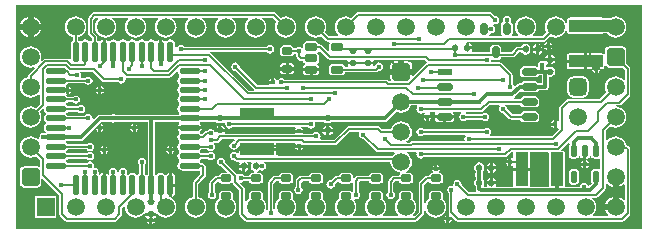
<source format=gbr>
%FSLAX25Y25*%
%MOIN*%
G70*
G01*
G75*
G04 Layer_Physical_Order=1*
G04 Layer_Color=255*
G04:AMPARAMS|DCode=10|XSize=110.24mil|YSize=43.31mil|CornerRadius=2.17mil|HoleSize=0mil|Usage=FLASHONLY|Rotation=0.000|XOffset=0mil|YOffset=0mil|HoleType=Round|Shape=RoundedRectangle|*
%AMROUNDEDRECTD10*
21,1,0.11024,0.03898,0,0,0.0*
21,1,0.10591,0.04331,0,0,0.0*
1,1,0.00433,0.05295,-0.01949*
1,1,0.00433,-0.05295,-0.01949*
1,1,0.00433,-0.05295,0.01949*
1,1,0.00433,0.05295,0.01949*
%
%ADD10ROUNDEDRECTD10*%
G04:AMPARAMS|DCode=11|XSize=19.69mil|YSize=23.62mil|CornerRadius=8.86mil|HoleSize=0mil|Usage=FLASHONLY|Rotation=270.000|XOffset=0mil|YOffset=0mil|HoleType=Round|Shape=RoundedRectangle|*
%AMROUNDEDRECTD11*
21,1,0.01969,0.00591,0,0,270.0*
21,1,0.00197,0.02362,0,0,270.0*
1,1,0.01772,-0.00295,-0.00098*
1,1,0.01772,-0.00295,0.00098*
1,1,0.01772,0.00295,0.00098*
1,1,0.01772,0.00295,-0.00098*
%
%ADD11ROUNDEDRECTD11*%
G04:AMPARAMS|DCode=12|XSize=110.24mil|YSize=43.31mil|CornerRadius=2.17mil|HoleSize=0mil|Usage=FLASHONLY|Rotation=270.000|XOffset=0mil|YOffset=0mil|HoleType=Round|Shape=RoundedRectangle|*
%AMROUNDEDRECTD12*
21,1,0.11024,0.03898,0,0,270.0*
21,1,0.10591,0.04331,0,0,270.0*
1,1,0.00433,-0.01949,-0.05295*
1,1,0.00433,-0.01949,0.05295*
1,1,0.00433,0.01949,0.05295*
1,1,0.00433,0.01949,-0.05295*
%
%ADD12ROUNDEDRECTD12*%
G04:AMPARAMS|DCode=13|XSize=19.69mil|YSize=23.62mil|CornerRadius=8.86mil|HoleSize=0mil|Usage=FLASHONLY|Rotation=180.000|XOffset=0mil|YOffset=0mil|HoleType=Round|Shape=RoundedRectangle|*
%AMROUNDEDRECTD13*
21,1,0.01969,0.00591,0,0,180.0*
21,1,0.00197,0.02362,0,0,180.0*
1,1,0.01772,-0.00098,0.00295*
1,1,0.01772,0.00098,0.00295*
1,1,0.01772,0.00098,-0.00295*
1,1,0.01772,-0.00098,-0.00295*
%
%ADD13ROUNDEDRECTD13*%
G04:AMPARAMS|DCode=14|XSize=23.62mil|YSize=35.43mil|CornerRadius=5.91mil|HoleSize=0mil|Usage=FLASHONLY|Rotation=90.000|XOffset=0mil|YOffset=0mil|HoleType=Round|Shape=RoundedRectangle|*
%AMROUNDEDRECTD14*
21,1,0.02362,0.02362,0,0,90.0*
21,1,0.01181,0.03543,0,0,90.0*
1,1,0.01181,0.01181,0.00591*
1,1,0.01181,0.01181,-0.00591*
1,1,0.01181,-0.01181,-0.00591*
1,1,0.01181,-0.01181,0.00591*
%
%ADD14ROUNDEDRECTD14*%
%ADD15O,0.02165X0.06890*%
%ADD16O,0.06890X0.02165*%
G04:AMPARAMS|DCode=17|XSize=41.73mil|YSize=25.59mil|CornerRadius=6.4mil|HoleSize=0mil|Usage=FLASHONLY|Rotation=0.000|XOffset=0mil|YOffset=0mil|HoleType=Round|Shape=RoundedRectangle|*
%AMROUNDEDRECTD17*
21,1,0.04173,0.01280,0,0,0.0*
21,1,0.02894,0.02559,0,0,0.0*
1,1,0.01280,0.01447,-0.00640*
1,1,0.01280,-0.01447,-0.00640*
1,1,0.01280,-0.01447,0.00640*
1,1,0.01280,0.01447,0.00640*
%
%ADD17ROUNDEDRECTD17*%
G04:AMPARAMS|DCode=18|XSize=52mil|YSize=24mil|CornerRadius=6mil|HoleSize=0mil|Usage=FLASHONLY|Rotation=0.000|XOffset=0mil|YOffset=0mil|HoleType=Round|Shape=RoundedRectangle|*
%AMROUNDEDRECTD18*
21,1,0.05200,0.01200,0,0,0.0*
21,1,0.04000,0.02400,0,0,0.0*
1,1,0.01200,0.02000,-0.00600*
1,1,0.01200,-0.02000,-0.00600*
1,1,0.01200,-0.02000,0.00600*
1,1,0.01200,0.02000,0.00600*
%
%ADD18ROUNDEDRECTD18*%
%ADD19R,0.05000X0.02400*%
G04:AMPARAMS|DCode=20|XSize=25.59mil|YSize=39.37mil|CornerRadius=6.4mil|HoleSize=0mil|Usage=FLASHONLY|Rotation=180.000|XOffset=0mil|YOffset=0mil|HoleType=Round|Shape=RoundedRectangle|*
%AMROUNDEDRECTD20*
21,1,0.02559,0.02658,0,0,180.0*
21,1,0.01280,0.03937,0,0,180.0*
1,1,0.01280,-0.00640,0.01329*
1,1,0.01280,0.00640,0.01329*
1,1,0.01280,0.00640,-0.01329*
1,1,0.01280,-0.00640,-0.01329*
%
%ADD20ROUNDEDRECTD20*%
G04:AMPARAMS|DCode=21|XSize=21.65mil|YSize=39.37mil|CornerRadius=5.41mil|HoleSize=0mil|Usage=FLASHONLY|Rotation=180.000|XOffset=0mil|YOffset=0mil|HoleType=Round|Shape=RoundedRectangle|*
%AMROUNDEDRECTD21*
21,1,0.02165,0.02854,0,0,180.0*
21,1,0.01083,0.03937,0,0,180.0*
1,1,0.01083,-0.00541,0.01427*
1,1,0.01083,0.00541,0.01427*
1,1,0.01083,0.00541,-0.01427*
1,1,0.01083,-0.00541,-0.01427*
%
%ADD21ROUNDEDRECTD21*%
%ADD22C,0.00591*%
%ADD23C,0.01181*%
%ADD24C,0.03937*%
G04:AMPARAMS|DCode=25|XSize=59.06mil|YSize=59.06mil|CornerRadius=8.86mil|HoleSize=0mil|Usage=FLASHONLY|Rotation=270.000|XOffset=0mil|YOffset=0mil|HoleType=Round|Shape=RoundedRectangle|*
%AMROUNDEDRECTD25*
21,1,0.05906,0.04134,0,0,270.0*
21,1,0.04134,0.05906,0,0,270.0*
1,1,0.01772,-0.02067,-0.02067*
1,1,0.01772,-0.02067,0.02067*
1,1,0.01772,0.02067,0.02067*
1,1,0.01772,0.02067,-0.02067*
%
%ADD25ROUNDEDRECTD25*%
%ADD26C,0.05906*%
%ADD27C,0.05906*%
%ADD28R,0.05906X0.05906*%
G04:AMPARAMS|DCode=29|XSize=59.06mil|YSize=59.06mil|CornerRadius=14.76mil|HoleSize=0mil|Usage=FLASHONLY|Rotation=270.000|XOffset=0mil|YOffset=0mil|HoleType=Round|Shape=RoundedRectangle|*
%AMROUNDEDRECTD29*
21,1,0.05906,0.02953,0,0,270.0*
21,1,0.02953,0.05906,0,0,270.0*
1,1,0.02953,-0.01476,-0.01476*
1,1,0.02953,-0.01476,0.01476*
1,1,0.02953,0.01476,0.01476*
1,1,0.02953,0.01476,-0.01476*
%
%ADD29ROUNDEDRECTD29*%
%ADD30C,0.01575*%
G36*
X208661Y0D02*
X0D01*
Y74803D01*
X208661D01*
Y0D01*
D02*
G37*
%LPC*%
G36*
X95823Y27258D02*
X95008D01*
Y26443D01*
X95053Y26452D01*
X95509Y26757D01*
X95814Y27212D01*
X95823Y27258D01*
D02*
G37*
G36*
X94024D02*
X93209D01*
X93218Y27212D01*
X93522Y26757D01*
X93978Y26452D01*
X94024Y26443D01*
Y27258D01*
D02*
G37*
G36*
X51996Y27807D02*
Y26992D01*
X52811D01*
X52802Y27038D01*
X52497Y27494D01*
X52042Y27798D01*
X51996Y27807D01*
D02*
G37*
G36*
X51012D02*
X50966Y27798D01*
X50511Y27494D01*
X50206Y27038D01*
X50197Y26992D01*
X51012D01*
Y27807D01*
D02*
G37*
G36*
X52811Y26008D02*
X51996D01*
Y25193D01*
X52042Y25202D01*
X52497Y25506D01*
X52802Y25962D01*
X52811Y26008D01*
D02*
G37*
G36*
X164258Y22008D02*
X163443D01*
X163452Y21962D01*
X163757Y21507D01*
X164212Y21202D01*
X164258Y21193D01*
Y22008D01*
D02*
G37*
G36*
X159028Y22222D02*
Y20992D01*
X160100D01*
X160025Y21371D01*
X159698Y21860D01*
X159210Y22186D01*
X159028Y22222D01*
D02*
G37*
G36*
X51012Y26008D02*
X50197D01*
X50206Y25962D01*
X50511Y25506D01*
X50966Y25202D01*
X51012Y25193D01*
Y26008D01*
D02*
G37*
G36*
X164258Y23807D02*
X164212Y23798D01*
X163757Y23494D01*
X163452Y23038D01*
X163443Y22992D01*
X164258D01*
Y23807D01*
D02*
G37*
G36*
X103508Y32472D02*
X102278D01*
X102314Y32290D01*
X102640Y31802D01*
X103129Y31475D01*
X103508Y31400D01*
Y32472D01*
D02*
G37*
G36*
X179413Y36307D02*
X179368Y36298D01*
X178912Y35993D01*
X178607Y35538D01*
X178598Y35492D01*
X179413D01*
Y36307D01*
D02*
G37*
G36*
Y34508D02*
X178598D01*
X178607Y34462D01*
X178912Y34007D01*
X179368Y33702D01*
X179413Y33693D01*
Y34508D01*
D02*
G37*
G36*
X146214Y37008D02*
X143492D01*
Y35686D01*
X145000D01*
X145465Y35778D01*
X145858Y36042D01*
X146122Y36435D01*
X146214Y36900D01*
Y37008D01*
D02*
G37*
G36*
X142508D02*
X139786D01*
Y36900D01*
X139878Y36435D01*
X140142Y36042D01*
X140535Y35778D01*
X141000Y35686D01*
X142508D01*
Y37008D01*
D02*
G37*
G36*
X104492Y34529D02*
Y33457D01*
X105722D01*
X105686Y33639D01*
X105360Y34127D01*
X104871Y34454D01*
X104492Y34529D01*
D02*
G37*
G36*
X67508D02*
X67129Y34454D01*
X66640Y34127D01*
X66314Y33639D01*
X66278Y33457D01*
X67508D01*
Y34529D01*
D02*
G37*
G36*
X105722Y32472D02*
X104492D01*
Y31400D01*
X104871Y31475D01*
X105360Y31802D01*
X105686Y32290D01*
X105722Y32472D01*
D02*
G37*
G36*
X103508Y34529D02*
X103129Y34454D01*
X102640Y34127D01*
X102314Y33639D01*
X102278Y33457D01*
X103508D01*
Y34529D01*
D02*
G37*
G36*
X68492D02*
Y33457D01*
X69722D01*
X69686Y33639D01*
X69360Y34127D01*
X68871Y34454D01*
X68492Y34529D01*
D02*
G37*
G36*
X158043Y22222D02*
X157861Y22186D01*
X157373Y21860D01*
X157046Y21371D01*
X156971Y20992D01*
X158043D01*
Y22222D01*
D02*
G37*
G36*
X13543Y11043D02*
X6457D01*
Y3957D01*
X13543D01*
Y11043D01*
D02*
G37*
G36*
X71181Y12889D02*
X68819D01*
X68358Y12798D01*
X67967Y12537D01*
X67706Y12146D01*
X67615Y11685D01*
Y10504D01*
X67678Y10185D01*
X67473Y10027D01*
X66905Y9287D01*
X66548Y8425D01*
X66426Y7500D01*
X66548Y6575D01*
X66905Y5713D01*
X67473Y4973D01*
X68213Y4405D01*
X69075Y4048D01*
X70000Y3926D01*
X70925Y4048D01*
X71787Y4405D01*
X72527Y4973D01*
X73095Y5713D01*
X73452Y6575D01*
X73574Y7500D01*
X73452Y8425D01*
X73095Y9287D01*
X72527Y10027D01*
X72322Y10185D01*
X72385Y10504D01*
Y11685D01*
X72294Y12146D01*
X72033Y12537D01*
X71642Y12798D01*
X71181Y12889D01*
D02*
G37*
G36*
X53210Y14264D02*
X51996D01*
Y10786D01*
X52157Y10818D01*
X52710Y11187D01*
X53080Y11741D01*
X53210Y12394D01*
Y14264D01*
D02*
G37*
G36*
X143508Y4807D02*
X143462Y4798D01*
X143007Y4493D01*
X142702Y4038D01*
X142693Y3992D01*
X143508D01*
Y4807D01*
D02*
G37*
G36*
X46722Y4472D02*
X43278D01*
X43314Y4290D01*
X43640Y3802D01*
X43805Y3692D01*
X43702Y3538D01*
X43693Y3492D01*
X46307D01*
X46298Y3538D01*
X46195Y3692D01*
X46360Y3802D01*
X46686Y4290D01*
X46722Y4472D01*
D02*
G37*
G36*
X46307Y2508D02*
X45492D01*
Y1693D01*
X45538Y1702D01*
X45994Y2007D01*
X46298Y2462D01*
X46307Y2508D01*
D02*
G37*
G36*
X44508D02*
X43693D01*
X43702Y2462D01*
X44006Y2007D01*
X44462Y1702D01*
X44508Y1693D01*
Y2508D01*
D02*
G37*
G36*
X145307Y3008D02*
X144492D01*
Y2193D01*
X144538Y2202D01*
X144993Y2507D01*
X145298Y2962D01*
X145307Y3008D01*
D02*
G37*
G36*
X143508D02*
X142693D01*
X142702Y2962D01*
X143007Y2507D01*
X143462Y2202D01*
X143508Y2193D01*
Y3008D01*
D02*
G37*
G36*
X101181Y18795D02*
X98819D01*
X98358Y18703D01*
X97967Y18442D01*
X97706Y18051D01*
X97677Y17903D01*
X95250D01*
X94904Y17834D01*
X94611Y17639D01*
X93611Y16639D01*
X93416Y16346D01*
X93347Y16000D01*
Y14304D01*
X93257Y14243D01*
X92952Y13788D01*
X92845Y13250D01*
X92952Y12712D01*
X93257Y12257D01*
X93712Y11952D01*
X94250Y11845D01*
X94788Y11952D01*
X95243Y12257D01*
X95548Y12712D01*
X95655Y13250D01*
X95548Y13788D01*
X95243Y14243D01*
X95153Y14304D01*
Y15626D01*
X95624Y16097D01*
X97677D01*
X97706Y15949D01*
X97967Y15558D01*
X98358Y15297D01*
X98819Y15205D01*
X101181D01*
X101642Y15297D01*
X102033Y15558D01*
X102294Y15949D01*
X102385Y16409D01*
Y17591D01*
X102294Y18051D01*
X102033Y18442D01*
X101642Y18703D01*
X101181Y18795D01*
D02*
G37*
G36*
X77529Y20508D02*
X76457D01*
Y19278D01*
X76639Y19314D01*
X77127Y19640D01*
X77454Y20129D01*
X77529Y20508D01*
D02*
G37*
G36*
X75472D02*
X74400D01*
X74475Y20129D01*
X74802Y19640D01*
X75290Y19314D01*
X75472Y19278D01*
Y20508D01*
D02*
G37*
G36*
X140492Y21557D02*
Y20742D01*
X141307D01*
X141298Y20788D01*
X140993Y21244D01*
X140538Y21548D01*
X140492Y21557D01*
D02*
G37*
G36*
X139508D02*
X139462Y21548D01*
X139006Y21244D01*
X138702Y20788D01*
X138693Y20742D01*
X139508D01*
Y21557D01*
D02*
G37*
G36*
X160100Y20008D02*
X159028D01*
Y18778D01*
X159210Y18814D01*
X159698Y19140D01*
X160025Y19629D01*
X160100Y20008D01*
D02*
G37*
G36*
X158043Y17222D02*
X157861Y17186D01*
X157373Y16860D01*
X157046Y16371D01*
X156971Y15992D01*
X158043D01*
Y17222D01*
D02*
G37*
G36*
X51996Y18726D02*
Y15248D01*
X53210D01*
Y17118D01*
X53080Y17771D01*
X52710Y18324D01*
X52157Y18694D01*
X51996Y18726D01*
D02*
G37*
G36*
X158043Y20008D02*
X156971D01*
X157046Y19629D01*
X157373Y19140D01*
X157861Y18814D01*
X158043Y18778D01*
Y20008D01*
D02*
G37*
G36*
X159028Y17222D02*
Y15992D01*
X160100D01*
X160025Y16371D01*
X159698Y16860D01*
X159210Y17186D01*
X159028Y17222D01*
D02*
G37*
G36*
X136758Y37008D02*
X135943D01*
X135952Y36962D01*
X136257Y36507D01*
X136712Y36202D01*
X136758Y36193D01*
Y37008D01*
D02*
G37*
G36*
X194807Y53008D02*
X193992D01*
Y52193D01*
X194038Y52202D01*
X194493Y52507D01*
X194798Y52962D01*
X194807Y53008D01*
D02*
G37*
G36*
X193008D02*
X192193D01*
X192202Y52962D01*
X192507Y52507D01*
X192962Y52202D01*
X193008Y52193D01*
Y53008D01*
D02*
G37*
G36*
X175600Y59508D02*
X174528D01*
Y58278D01*
X174710Y58314D01*
X175198Y58640D01*
X175525Y59129D01*
X175600Y59508D01*
D02*
G37*
G36*
X202067Y61072D02*
X197933D01*
X197357Y60958D01*
X196869Y60631D01*
X196542Y60143D01*
X196428Y59567D01*
Y58662D01*
X195949Y58517D01*
X195877Y58625D01*
X195610Y58804D01*
X195295Y58866D01*
X190492D01*
Y56094D01*
Y53323D01*
X192130D01*
X192095Y53500D01*
X192193Y53992D01*
X194807D01*
X194905Y53500D01*
X194870Y53323D01*
X195295D01*
X195610Y53385D01*
X195877Y53564D01*
X196055Y53831D01*
X196118Y54146D01*
Y54631D01*
X196597Y54776D01*
X196869Y54369D01*
X197357Y54042D01*
X197933Y53928D01*
X202067D01*
X202257Y53966D01*
X203097Y53126D01*
Y50062D01*
X202623Y49902D01*
X202527Y50027D01*
X201787Y50595D01*
X200925Y50952D01*
X200000Y51074D01*
X199075Y50952D01*
X198213Y50595D01*
X197473Y50027D01*
X196905Y49287D01*
X196548Y48425D01*
X196426Y47500D01*
X196548Y46575D01*
X196905Y45713D01*
X196918Y45696D01*
X194626Y43403D01*
X184000D01*
X184000Y43403D01*
X183712Y43346D01*
X183654Y43334D01*
X183361Y43139D01*
X181361Y41139D01*
X181166Y40846D01*
X181097Y40500D01*
Y36392D01*
X180656Y36156D01*
X180443Y36298D01*
X180398Y36307D01*
Y34999D01*
Y33693D01*
X180443Y33702D01*
X180656Y33844D01*
X180879Y33725D01*
X180953Y33230D01*
X178876Y31153D01*
X158288D01*
X158052Y31594D01*
X158298Y31962D01*
X158405Y32500D01*
X158298Y33038D01*
X157993Y33494D01*
X157538Y33798D01*
X157000Y33905D01*
X156462Y33798D01*
X156007Y33494D01*
X155946Y33403D01*
X136054D01*
X135994Y33494D01*
X135538Y33798D01*
X135000Y33905D01*
X134462Y33798D01*
X134007Y33494D01*
X133702Y33038D01*
X133595Y32500D01*
X133702Y31962D01*
X134007Y31506D01*
X134462Y31202D01*
X135000Y31095D01*
X135538Y31202D01*
X135994Y31506D01*
X136054Y31597D01*
X149712D01*
X149948Y31156D01*
X149702Y30788D01*
X149595Y30250D01*
X149687Y29790D01*
X149369Y29403D01*
X132250D01*
X132250Y29403D01*
X131962Y29346D01*
X131904Y29334D01*
X131611Y29139D01*
X131376Y28903D01*
X130357D01*
X130260Y29394D01*
X130287Y29405D01*
X131027Y29973D01*
X131595Y30713D01*
X131952Y31575D01*
X132074Y32500D01*
X131952Y33425D01*
X131595Y34287D01*
X131027Y35027D01*
X130287Y35595D01*
X129425Y35952D01*
X128500Y36074D01*
X127575Y35952D01*
X126713Y35595D01*
X125973Y35027D01*
X125405Y34287D01*
X125048Y33425D01*
X125045Y33403D01*
X122124D01*
X121389Y34139D01*
X121096Y34334D01*
X120750Y34403D01*
X111000D01*
X110654Y34334D01*
X110361Y34139D01*
X106126Y29903D01*
X101705D01*
X101469Y30344D01*
X101548Y30462D01*
X101655Y31000D01*
X101548Y31538D01*
X101243Y31993D01*
X100788Y32298D01*
X100250Y32405D01*
X99712Y32298D01*
X99257Y31993D01*
X99196Y31903D01*
X96131D01*
X95814Y32289D01*
X95807Y32258D01*
X93193D01*
X93186Y32289D01*
X92869Y31903D01*
X70003D01*
X69686Y32290D01*
X69686Y32290D01*
X69722Y32472D01*
X66311D01*
X66298Y32538D01*
X66250Y32609D01*
X66199Y32866D01*
Y33063D01*
X66251Y33321D01*
X65789Y33130D01*
X65538Y33298D01*
X65000Y33405D01*
X64462Y33298D01*
X64007Y32994D01*
X63946Y32903D01*
X63750D01*
X63750Y32903D01*
X63462Y32846D01*
X63404Y32834D01*
X63111Y32639D01*
X63111Y32639D01*
X62172Y31699D01*
X61675Y31748D01*
X61568Y31907D01*
X61391Y32026D01*
Y32526D01*
X61568Y32644D01*
X61938Y33198D01*
X61970Y33358D01*
X54030D01*
X54062Y33198D01*
X54431Y32644D01*
X54609Y32526D01*
Y32026D01*
X54431Y31907D01*
X54062Y31354D01*
X53932Y30701D01*
X54062Y30048D01*
X54431Y29495D01*
X54609Y29376D01*
Y28876D01*
X54431Y28758D01*
X54062Y28204D01*
X53932Y27551D01*
X54062Y26898D01*
X54431Y26345D01*
X54609Y26226D01*
Y25726D01*
X54431Y25608D01*
X54062Y25054D01*
X53932Y24402D01*
X54062Y23749D01*
X54431Y23195D01*
X54609Y23077D01*
Y22577D01*
X54431Y22458D01*
X54062Y21905D01*
X53932Y21252D01*
X54062Y20599D01*
X54431Y20046D01*
X54985Y19676D01*
X55638Y19546D01*
X60362D01*
X61015Y19676D01*
X61156Y19770D01*
X61597Y19534D01*
Y18374D01*
X59361Y16139D01*
X59166Y15846D01*
X59097Y15500D01*
Y10955D01*
X59075Y10952D01*
X58213Y10595D01*
X57473Y10027D01*
X56905Y9287D01*
X56548Y8425D01*
X56426Y7500D01*
X56548Y6575D01*
X56905Y5713D01*
X57473Y4973D01*
X58213Y4405D01*
X59075Y4048D01*
X60000Y3926D01*
X60925Y4048D01*
X61787Y4405D01*
X62527Y4973D01*
X63095Y5713D01*
X63452Y6575D01*
X63574Y7500D01*
X63452Y8425D01*
X63095Y9287D01*
X62527Y10027D01*
X61787Y10595D01*
X60925Y10952D01*
X60903Y10955D01*
Y15126D01*
X63139Y17361D01*
X63139Y17361D01*
X63334Y17654D01*
X63403Y18000D01*
Y20750D01*
X63403Y20750D01*
X63346Y21038D01*
X63334Y21096D01*
X63139Y21389D01*
X62637Y21891D01*
X62344Y22086D01*
X61998Y22155D01*
X61771D01*
X61568Y22458D01*
X61391Y22577D01*
Y23077D01*
X61568Y23195D01*
X61771Y23498D01*
X63946D01*
X64007Y23408D01*
X64462Y23104D01*
X65000Y22997D01*
X65538Y23104D01*
X65993Y23408D01*
X66298Y23864D01*
X66405Y24402D01*
X66298Y24939D01*
X65993Y25395D01*
X65538Y25700D01*
X65000Y25806D01*
X64462Y25700D01*
X64007Y25395D01*
X63946Y25305D01*
X61771D01*
X61568Y25608D01*
X61391Y25726D01*
Y26226D01*
X61568Y26345D01*
X61771Y26648D01*
X63946D01*
X64007Y26558D01*
X64462Y26253D01*
X65000Y26146D01*
X65538Y26253D01*
X65993Y26558D01*
X66298Y27013D01*
X66405Y27551D01*
X66298Y28089D01*
X65993Y28545D01*
Y28757D01*
X66054Y28847D01*
X67000D01*
X67346Y28916D01*
X67639Y29111D01*
X67639Y29111D01*
X67639Y29111D01*
X68624Y30097D01*
X72914D01*
X73076Y29707D01*
X72759Y29320D01*
X72679Y29336D01*
X72141Y29229D01*
X71686Y28925D01*
X71381Y28469D01*
X71274Y27931D01*
X71381Y27393D01*
X71686Y26938D01*
X72141Y26633D01*
X72679Y26526D01*
X73217Y26633D01*
X73673Y26938D01*
X73903Y27283D01*
X74382Y27138D01*
Y27181D01*
X86618D01*
Y28638D01*
X86782Y28837D01*
X93054D01*
X93290Y28396D01*
X93218Y28288D01*
X93209Y28242D01*
X95789D01*
X95828Y28216D01*
X95846Y28126D01*
X96250Y28097D01*
X96250Y28097D01*
Y28097D01*
D01*
D01*
D01*
X106500D01*
X106846Y28166D01*
X107139Y28361D01*
X107139Y28361D01*
X107139Y28361D01*
X111374Y32597D01*
X114361D01*
X114597Y32156D01*
X114592Y32148D01*
X114485Y31610D01*
X114592Y31073D01*
X114896Y30617D01*
X115352Y30312D01*
X115890Y30205D01*
X115996Y30226D01*
X120111Y26111D01*
X120111D01*
X120111Y26111D01*
X120111D01*
X120111Y26111D01*
Y26111D01*
X120111Y26111D01*
Y26111D01*
X120404Y25916D01*
X120462Y25904D01*
X120750Y25847D01*
X120750Y25847D01*
X126263D01*
X126424Y25373D01*
X125973Y25027D01*
X125494Y24403D01*
X88312D01*
X86618Y24740D01*
Y26197D01*
X74382D01*
Y25399D01*
X73903Y25254D01*
X73743Y25493D01*
X73288Y25798D01*
X72750Y25905D01*
X72212Y25798D01*
X71757Y25493D01*
X71452Y25038D01*
X71345Y24500D01*
X71452Y23962D01*
X71757Y23506D01*
X72212Y23202D01*
X72750Y23095D01*
X72856Y23116D01*
X73111Y22861D01*
X73404Y22666D01*
X73750Y22597D01*
X74430D01*
X74665Y22156D01*
X74475Y21871D01*
X74400Y21492D01*
X77529D01*
X77454Y21871D01*
X77127Y22360D01*
X77199Y22597D01*
X78465D01*
X78701Y22156D01*
X78511Y21871D01*
X78396Y21295D01*
Y20705D01*
X78511Y20129D01*
X78837Y19640D01*
X79325Y19314D01*
X79434Y19292D01*
X79385Y18795D01*
X78819D01*
X78358Y18703D01*
X77967Y18442D01*
X77706Y18051D01*
X77677Y17903D01*
X76054D01*
X75993Y17993D01*
X75538Y18298D01*
X75000Y18405D01*
X74462Y18298D01*
X74402Y18257D01*
X73911Y18355D01*
X73889Y18389D01*
X73889Y18389D01*
X69884Y22393D01*
X69905Y22500D01*
X69798Y23038D01*
X69493Y23494D01*
X69038Y23798D01*
X68500Y23905D01*
X67962Y23798D01*
X67507Y23494D01*
X67202Y23038D01*
X67095Y22500D01*
X67202Y21962D01*
X67507Y21507D01*
X67962Y21202D01*
X68500Y21095D01*
X68607Y21116D01*
X70466Y19257D01*
X70275Y18795D01*
X68819D01*
X68358Y18703D01*
X67967Y18442D01*
X67706Y18051D01*
X67677Y17903D01*
X67000D01*
X66654Y17834D01*
X66361Y17639D01*
X64861Y16139D01*
X64666Y15846D01*
X64597Y15500D01*
Y12485D01*
X64507Y12425D01*
X64202Y11969D01*
X64095Y11431D01*
X64202Y10893D01*
X64507Y10438D01*
X64962Y10133D01*
X65500Y10026D01*
X66038Y10133D01*
X66493Y10438D01*
X66798Y10893D01*
X66905Y11431D01*
X66798Y11969D01*
X66493Y12425D01*
X66403Y12485D01*
Y15126D01*
X67107Y15829D01*
X67582Y15924D01*
X67733Y15909D01*
X67967Y15558D01*
X68358Y15297D01*
X68819Y15205D01*
X71181D01*
X71642Y15297D01*
X72033Y15558D01*
X72033Y15558D01*
Y15558D01*
X72046Y15566D01*
X72416Y15404D01*
X72611Y15111D01*
X74597Y13126D01*
Y5250D01*
X74597Y5250D01*
X74597D01*
X74666Y4904D01*
X74861Y4611D01*
X76611Y2861D01*
X76611Y2861D01*
X76904Y2666D01*
X76904Y2666D01*
X76904Y2666D01*
D01*
X76904Y2666D01*
X76904Y2666D01*
X77250Y2597D01*
X133250D01*
X133596Y2666D01*
X133889Y2861D01*
X133889Y2861D01*
X133889Y2861D01*
X135889Y4861D01*
X135889Y4861D01*
X135889Y4861D01*
X136084Y5154D01*
X136096Y5212D01*
X136153Y5500D01*
X136153Y5500D01*
Y6247D01*
X136644Y6344D01*
X136905Y5713D01*
X137473Y4973D01*
X138213Y4405D01*
X139075Y4048D01*
X140000Y3926D01*
X140925Y4048D01*
X141787Y4405D01*
X142527Y4973D01*
X143095Y5713D01*
X143452Y6575D01*
X143574Y7500D01*
X143452Y8425D01*
X143095Y9287D01*
X142527Y10027D01*
X142322Y10185D01*
X142385Y10504D01*
Y11685D01*
X142294Y12146D01*
X142033Y12537D01*
X141642Y12798D01*
X141181Y12889D01*
X138819D01*
X138358Y12798D01*
X137967Y12537D01*
X137706Y12146D01*
X137615Y11685D01*
Y10504D01*
X137678Y10185D01*
X137473Y10027D01*
X136905Y9287D01*
X136644Y8656D01*
X136153Y8754D01*
Y14876D01*
X137107Y15829D01*
X137582Y15924D01*
X137733Y15909D01*
X137967Y15558D01*
X138358Y15297D01*
X138819Y15205D01*
X141181D01*
X141642Y15297D01*
X142033Y15558D01*
X142294Y15949D01*
X142385Y16409D01*
Y17591D01*
X142294Y18051D01*
X142033Y18442D01*
X141642Y18703D01*
X141184Y18794D01*
X140993Y19256D01*
X140993D01*
X140993Y19257D01*
X141298Y19712D01*
X141307Y19758D01*
X138693D01*
X138702Y19712D01*
X139006Y19257D01*
X139006Y19256D01*
X139006D01*
X138815Y18794D01*
X138358Y18703D01*
X137967Y18442D01*
X137706Y18051D01*
X137677Y17903D01*
X137000D01*
X136654Y17834D01*
X136361Y17639D01*
X136361Y17639D01*
X134611Y15889D01*
X134416Y15596D01*
X134347Y15250D01*
Y5874D01*
X132977Y4504D01*
X132490Y4617D01*
X132402Y4877D01*
X132527Y4973D01*
X133095Y5713D01*
X133452Y6575D01*
X133574Y7500D01*
X133452Y8425D01*
X133095Y9287D01*
X132527Y10027D01*
X132322Y10185D01*
X132385Y10504D01*
Y11685D01*
X132294Y12146D01*
X132033Y12537D01*
X131642Y12798D01*
X131181Y12889D01*
X128819D01*
X128358Y12798D01*
X127967Y12537D01*
X127706Y12146D01*
X127615Y11685D01*
Y10504D01*
X127678Y10185D01*
X127473Y10027D01*
X126905Y9287D01*
X126548Y8425D01*
X126426Y7500D01*
X126548Y6575D01*
X126905Y5713D01*
X127473Y4973D01*
X127598Y4877D01*
X127438Y4403D01*
X122562D01*
X122402Y4877D01*
X122527Y4973D01*
X123095Y5713D01*
X123452Y6575D01*
X123574Y7500D01*
X123452Y8425D01*
X123095Y9287D01*
X122527Y10027D01*
X122322Y10185D01*
X122385Y10504D01*
Y11685D01*
X122294Y12146D01*
X122033Y12537D01*
X121642Y12798D01*
X121181Y12889D01*
X118819D01*
X118358Y12798D01*
X117967Y12537D01*
X117706Y12146D01*
X117615Y11685D01*
Y10504D01*
X117678Y10185D01*
X117473Y10027D01*
X116905Y9287D01*
X116548Y8425D01*
X116426Y7500D01*
X116548Y6575D01*
X116905Y5713D01*
X117473Y4973D01*
X117598Y4877D01*
X117438Y4403D01*
X112562D01*
X112402Y4877D01*
X112527Y4973D01*
X113095Y5713D01*
X113452Y6575D01*
X113574Y7500D01*
X113452Y8425D01*
X113095Y9287D01*
X112722Y9773D01*
X112986Y10197D01*
X113500Y10095D01*
X114038Y10202D01*
X114494Y10507D01*
X114798Y10962D01*
X114905Y11500D01*
X114798Y12038D01*
X114494Y12493D01*
X114403Y12554D01*
Y15876D01*
X114624Y16097D01*
X117677D01*
X117706Y15949D01*
X117967Y15558D01*
X118358Y15297D01*
X118819Y15205D01*
X121181D01*
X121642Y15297D01*
X122033Y15558D01*
X122294Y15949D01*
X122385Y16409D01*
Y17591D01*
X122294Y18051D01*
X122033Y18442D01*
X121642Y18703D01*
X121181Y18795D01*
X118819D01*
X118358Y18703D01*
X117967Y18442D01*
X117706Y18051D01*
X117677Y17903D01*
X114250D01*
X113904Y17834D01*
X113611Y17639D01*
X112861Y16889D01*
X112385Y17207D01*
Y17591D01*
X112294Y18051D01*
X112033Y18442D01*
X111642Y18703D01*
X111181Y18795D01*
X108819D01*
X108358Y18703D01*
X107967Y18442D01*
X107706Y18051D01*
X107677Y17903D01*
X107000D01*
X107000Y17903D01*
X106712Y17846D01*
X106654Y17834D01*
X106361Y17639D01*
X105106Y16384D01*
X105000Y16405D01*
X104462Y16298D01*
X104007Y15993D01*
X103702Y15538D01*
X103595Y15000D01*
X103702Y14462D01*
X104007Y14006D01*
X104462Y13702D01*
X105000Y13595D01*
X105538Y13702D01*
X105993Y14006D01*
X106298Y14462D01*
X106405Y15000D01*
X106384Y15107D01*
X107107Y15829D01*
X107582Y15924D01*
X107733Y15909D01*
X107967Y15558D01*
X108358Y15297D01*
X108819Y15205D01*
X111181D01*
X111642Y15297D01*
X112033Y15558D01*
X112118Y15686D01*
X112597Y15541D01*
Y12554D01*
X112399Y12494D01*
X112061D01*
X112033Y12537D01*
X111642Y12798D01*
X111181Y12889D01*
X108819D01*
X108358Y12798D01*
X107967Y12537D01*
X107706Y12146D01*
X107615Y11685D01*
Y10504D01*
X107678Y10185D01*
X107473Y10027D01*
X106905Y9287D01*
X106548Y8425D01*
X106426Y7500D01*
X106548Y6575D01*
X106905Y5713D01*
X107473Y4973D01*
X107598Y4877D01*
X107438Y4403D01*
X102562D01*
X102402Y4877D01*
X102527Y4973D01*
X103095Y5713D01*
X103452Y6575D01*
X103574Y7500D01*
X103452Y8425D01*
X103095Y9287D01*
X102527Y10027D01*
X102322Y10185D01*
X102385Y10504D01*
Y11685D01*
X102294Y12146D01*
X102033Y12537D01*
X101642Y12798D01*
X101181Y12889D01*
X98819D01*
X98358Y12798D01*
X97967Y12537D01*
X97706Y12146D01*
X97615Y11685D01*
Y10504D01*
X97678Y10185D01*
X97473Y10027D01*
X96905Y9287D01*
X96548Y8425D01*
X96426Y7500D01*
X96548Y6575D01*
X96905Y5713D01*
X97473Y4973D01*
X97598Y4877D01*
X97438Y4403D01*
X92562D01*
X92402Y4877D01*
X92527Y4973D01*
X93095Y5713D01*
X93452Y6575D01*
X93574Y7500D01*
X93452Y8425D01*
X93095Y9287D01*
X92527Y10027D01*
X92322Y10185D01*
X92385Y10504D01*
Y11685D01*
X92294Y12146D01*
X92033Y12537D01*
X91642Y12798D01*
X91181Y12889D01*
X88819D01*
X88358Y12798D01*
X87967Y12537D01*
X87706Y12146D01*
X87615Y11685D01*
Y10504D01*
X87678Y10185D01*
X87473Y10027D01*
X86905Y9287D01*
X86548Y8425D01*
X86426Y7500D01*
X86548Y6575D01*
X86565Y6534D01*
X86332Y6409D01*
X85903Y6666D01*
Y15126D01*
X86874Y16097D01*
X87677D01*
X87706Y15949D01*
X87967Y15558D01*
X88358Y15297D01*
X88819Y15205D01*
X91181D01*
X91642Y15297D01*
X92033Y15558D01*
X92294Y15949D01*
X92385Y16409D01*
Y17591D01*
X92294Y18051D01*
X92033Y18442D01*
X91642Y18703D01*
X91181Y18795D01*
X88819D01*
X88358Y18703D01*
X87967Y18442D01*
X87706Y18051D01*
X87677Y17903D01*
X86500D01*
X86154Y17834D01*
X85861Y17639D01*
X84361Y16139D01*
X84166Y15846D01*
X84097Y15500D01*
Y6666D01*
X83668Y6409D01*
X83435Y6534D01*
X83452Y6575D01*
X83574Y7500D01*
X83452Y8425D01*
X83095Y9287D01*
X82527Y10027D01*
X82322Y10185D01*
X82385Y10504D01*
Y11685D01*
X82294Y12146D01*
X82033Y12537D01*
X81642Y12798D01*
X81181Y12889D01*
X78819D01*
X78358Y12798D01*
X77967Y12537D01*
X77706Y12146D01*
X77615Y11685D01*
Y10504D01*
X77678Y10185D01*
X77473Y10027D01*
X76905Y9287D01*
X76894Y9260D01*
X76403Y9357D01*
Y13500D01*
X76334Y13846D01*
X76139Y14139D01*
X74889Y15388D01*
X75000Y15595D01*
X75538Y15702D01*
X75993Y16006D01*
X76054Y16097D01*
X77677D01*
X77706Y15949D01*
X77967Y15558D01*
X78358Y15297D01*
X78819Y15205D01*
X81181D01*
X81642Y15297D01*
X82033Y15558D01*
X82294Y15949D01*
X82385Y16409D01*
Y17591D01*
X82294Y18051D01*
X82033Y18442D01*
X81642Y18703D01*
X81181Y18795D01*
X80615D01*
X80566Y19292D01*
X80674Y19314D01*
X81163Y19640D01*
X81284Y19821D01*
X81462Y19702D01*
X82000Y19595D01*
X82538Y19702D01*
X82993Y20007D01*
X83298Y20462D01*
X83405Y21000D01*
X83298Y21538D01*
X82993Y21993D01*
X82538Y22298D01*
X82000Y22405D01*
X82192Y22597D01*
X124841D01*
X124926Y22500D01*
X125048Y21575D01*
X125405Y20713D01*
X125973Y19973D01*
X126713Y19405D01*
X127575Y19048D01*
X127957Y18998D01*
X128070Y18511D01*
X127967Y18442D01*
X127706Y18051D01*
X127677Y17903D01*
X126250D01*
X126250Y17903D01*
X125962Y17846D01*
X125904Y17834D01*
X125611Y17639D01*
X124361Y16389D01*
X124166Y16096D01*
X124097Y15750D01*
Y12554D01*
X124006Y12493D01*
X123702Y12038D01*
X123595Y11500D01*
X123702Y10962D01*
X124006Y10507D01*
X124462Y10202D01*
X125000Y10095D01*
X125538Y10202D01*
X125994Y10507D01*
X126298Y10962D01*
X126405Y11500D01*
X126298Y12038D01*
X125994Y12493D01*
X125903Y12554D01*
Y15376D01*
X126624Y16097D01*
X127677D01*
X127706Y15949D01*
X127967Y15558D01*
X128358Y15297D01*
X128819Y15205D01*
X131181D01*
X131642Y15297D01*
X132033Y15558D01*
X132294Y15949D01*
X132385Y16409D01*
Y17591D01*
X132294Y18051D01*
X132033Y18442D01*
X131642Y18703D01*
X131181Y18795D01*
X130095D01*
X129998Y19285D01*
X130287Y19405D01*
X131027Y19973D01*
X131595Y20713D01*
X131952Y21575D01*
X132074Y22500D01*
X131952Y23425D01*
X131595Y24287D01*
X131027Y25027D01*
X130287Y25595D01*
X130337Y25847D01*
X133369D01*
X133687Y25460D01*
X133595Y25000D01*
X133702Y24462D01*
X134007Y24006D01*
X134462Y23702D01*
X135000Y23595D01*
X135538Y23702D01*
X135994Y24006D01*
X136054Y24097D01*
X163250D01*
X163596Y24166D01*
X163889Y24361D01*
X165253Y25726D01*
X165752Y25701D01*
X165950Y25460D01*
X165917Y25295D01*
Y23908D01*
X165476Y23672D01*
X165288Y23798D01*
X165242Y23807D01*
Y22499D01*
Y21193D01*
X165288Y21202D01*
X165476Y21328D01*
X165917Y21092D01*
Y20492D01*
X171461D01*
Y25295D01*
X171398Y25610D01*
X171525Y25847D01*
X177444D01*
X177761Y25460D01*
X177728Y25295D01*
Y14705D01*
X177756Y14567D01*
X177438Y14181D01*
X171750D01*
X171433Y14567D01*
X171461Y14705D01*
Y19508D01*
X165917D01*
Y14705D01*
X165945Y14567D01*
X165627Y14181D01*
X160256D01*
X160020Y14622D01*
X160025Y14629D01*
X160100Y15008D01*
X156971D01*
X157046Y14629D01*
X157051Y14622D01*
X156815Y14181D01*
X156220D01*
X155984Y14622D01*
X155989Y14629D01*
X156104Y15205D01*
Y15795D01*
X155989Y16371D01*
X155704Y16798D01*
Y17572D01*
X155798Y17712D01*
X155905Y18250D01*
X155798Y18788D01*
X155704Y18928D01*
Y19202D01*
X155989Y19629D01*
X156104Y20205D01*
Y20795D01*
X155989Y21371D01*
X155663Y21860D01*
X155175Y22186D01*
X154598Y22301D01*
X154402D01*
X153825Y22186D01*
X153337Y21860D01*
X153011Y21371D01*
X152896Y20795D01*
Y20205D01*
X153011Y19629D01*
X153296Y19202D01*
Y18928D01*
X153202Y18788D01*
X153095Y18250D01*
X153202Y17712D01*
X153296Y17572D01*
Y16798D01*
X153011Y16371D01*
X152896Y15795D01*
Y15205D01*
X153011Y14629D01*
X153296Y14202D01*
Y13500D01*
X153296Y13500D01*
X153387Y13039D01*
X153518Y12844D01*
X153282Y12403D01*
X151124D01*
X148634Y14894D01*
X148655Y15000D01*
X148548Y15538D01*
X148243Y15993D01*
X147788Y16298D01*
X147250Y16405D01*
X146712Y16298D01*
X146256Y15993D01*
X145952Y15538D01*
X145845Y15000D01*
X145853Y14959D01*
X145500Y14605D01*
X145250Y14655D01*
X144712Y14548D01*
X144256Y14243D01*
X143952Y13788D01*
X143845Y13250D01*
X143952Y12712D01*
X144256Y12257D01*
X144347Y12196D01*
Y5750D01*
X144416Y5404D01*
X144501Y5276D01*
X144223Y4861D01*
X144492Y4807D01*
Y3992D01*
X145307D01*
X145370Y3676D01*
X145811Y3912D01*
X146861Y2861D01*
X147154Y2666D01*
X147500Y2597D01*
X202000D01*
X202346Y2666D01*
X202639Y2861D01*
X202639Y2861D01*
X202639Y2861D01*
X204639Y4861D01*
X204639Y4861D01*
X204639Y4861D01*
X204834Y5154D01*
X204846Y5212D01*
X204903Y5500D01*
X204903Y5500D01*
Y26750D01*
X204903Y26750D01*
X204846Y27038D01*
X204834Y27096D01*
X204639Y27389D01*
X204139Y27889D01*
X203846Y28084D01*
X203500Y28153D01*
X203488D01*
X203452Y28425D01*
X203095Y29287D01*
X202527Y30027D01*
X201787Y30595D01*
X200925Y30952D01*
X200000Y31074D01*
X199075Y30952D01*
X198213Y30595D01*
X197473Y30027D01*
X197127Y29576D01*
X196653Y29737D01*
Y32876D01*
X198196Y34418D01*
X198213Y34405D01*
X199075Y34048D01*
X200000Y33926D01*
X200925Y34048D01*
X201787Y34405D01*
X202527Y34973D01*
X203095Y35713D01*
X203452Y36575D01*
X203574Y37500D01*
X203452Y38425D01*
X203095Y39287D01*
X202527Y40027D01*
X201787Y40595D01*
X200925Y40952D01*
X200000Y41074D01*
X200273Y41347D01*
X201250D01*
X201596Y41416D01*
X201889Y41611D01*
X204639Y44361D01*
X204834Y44654D01*
X204846Y44712D01*
X204903Y45000D01*
X204903Y45000D01*
Y53500D01*
X204834Y53846D01*
X204639Y54139D01*
X204639Y54139D01*
X203534Y55243D01*
X203572Y55433D01*
Y59567D01*
X203458Y60143D01*
X203131Y60631D01*
X202643Y60958D01*
X202067Y61072D01*
D02*
G37*
G36*
X92885Y53102D02*
X90992D01*
Y51800D01*
X91681D01*
X92142Y51891D01*
X92533Y52152D01*
X92794Y52543D01*
X92885Y53004D01*
Y53102D01*
D02*
G37*
G36*
X178807Y60508D02*
X177992D01*
Y59693D01*
X178038Y59702D01*
X178493Y60007D01*
X178798Y60462D01*
X178807Y60508D01*
D02*
G37*
G36*
X101201Y52768D02*
X98992D01*
Y51366D01*
X99947D01*
X100427Y51461D01*
X100834Y51733D01*
X101106Y52140D01*
X101201Y52620D01*
Y52768D01*
D02*
G37*
G36*
X90008Y53102D02*
X88115D01*
Y53004D01*
X88206Y52543D01*
X88467Y52152D01*
X88858Y51891D01*
X89319Y51800D01*
X90008D01*
Y53102D01*
D02*
G37*
G36*
X177008Y60508D02*
X176193D01*
X176202Y60462D01*
X176506Y60007D01*
X176962Y59702D01*
X177008Y59693D01*
Y60508D01*
D02*
G37*
G36*
X173543Y59508D02*
X172471D01*
X172546Y59129D01*
X172873Y58640D01*
X173361Y58314D01*
X173543Y58278D01*
Y59508D01*
D02*
G37*
G36*
X91681Y55389D02*
X90992D01*
Y54087D01*
X92885D01*
Y54185D01*
X92794Y54646D01*
X92533Y55037D01*
X92142Y55298D01*
X91681Y55389D01*
D02*
G37*
G36*
X90008D02*
X89319D01*
X88858Y55298D01*
X88467Y55037D01*
X88206Y54646D01*
X88115Y54185D01*
Y54087D01*
X90008D01*
Y55389D01*
D02*
G37*
G36*
X189508Y58866D02*
X184705D01*
X184390Y58804D01*
X184123Y58625D01*
X183944Y58358D01*
X183882Y58043D01*
Y56587D01*
X189508D01*
Y58866D01*
D02*
G37*
G36*
X179722Y56043D02*
X178492D01*
Y54971D01*
X178871Y55046D01*
X179360Y55373D01*
X179686Y55861D01*
X179722Y56043D01*
D02*
G37*
G36*
X130567Y56072D02*
X129484D01*
Y53484D01*
X132072D01*
Y54567D01*
X131958Y55143D01*
X131631Y55631D01*
X131143Y55958D01*
X130567Y56072D01*
D02*
G37*
G36*
X178492Y58100D02*
Y57028D01*
X179722D01*
X179686Y57210D01*
X179360Y57698D01*
X178871Y58025D01*
X178492Y58100D01*
D02*
G37*
G36*
X189508Y55602D02*
X183882D01*
Y54146D01*
X183944Y53831D01*
X184123Y53564D01*
X184390Y53385D01*
X184705Y53323D01*
X189508D01*
Y55602D01*
D02*
G37*
G36*
X127516Y56072D02*
X126433D01*
X125857Y55958D01*
X125369Y55631D01*
X125042Y55143D01*
X124928Y54567D01*
Y53484D01*
X127516D01*
Y56072D01*
D02*
G37*
G36*
X177508Y58100D02*
X177129Y58025D01*
X176640Y57698D01*
X176314Y57210D01*
X176278Y57028D01*
X177508D01*
Y58100D01*
D02*
G37*
G36*
X26250Y72403D02*
X25962Y72346D01*
X25904Y72334D01*
X25611Y72139D01*
X24361Y70889D01*
X24166Y70596D01*
X24097Y70250D01*
Y65500D01*
X24097Y65500D01*
X24097D01*
X24166Y65154D01*
X24361Y64861D01*
X25404Y63819D01*
Y63015D01*
X25101Y62813D01*
X24982Y62635D01*
X24482D01*
X24364Y62813D01*
X23810Y63182D01*
X23157Y63312D01*
X22505Y63182D01*
X21951Y62813D01*
X21833Y62635D01*
X21333D01*
X21214Y62813D01*
X20911Y63015D01*
Y64046D01*
X20925Y64048D01*
X21787Y64405D01*
X22527Y64973D01*
X23095Y65713D01*
X23452Y66575D01*
X23574Y67500D01*
X23452Y68425D01*
X23095Y69287D01*
X22527Y70027D01*
X21787Y70595D01*
X20925Y70952D01*
X20000Y71074D01*
X19075Y70952D01*
X18213Y70595D01*
X17473Y70027D01*
X16905Y69287D01*
X16548Y68425D01*
X16426Y67500D01*
X16548Y66575D01*
X16905Y65713D01*
X17473Y64973D01*
X18213Y64405D01*
X19075Y64048D01*
X19105Y64044D01*
Y63015D01*
X18802Y62813D01*
X18432Y62259D01*
X18302Y61606D01*
Y56893D01*
X17861Y56657D01*
X17596Y56834D01*
X17250Y56903D01*
X9947D01*
X9947Y56903D01*
X9659Y56846D01*
X9602Y56834D01*
X9309Y56639D01*
X9309Y56639D01*
X8798Y56127D01*
X8382Y56405D01*
X8452Y56575D01*
X8574Y57500D01*
X8452Y58425D01*
X8095Y59287D01*
X7527Y60027D01*
X6787Y60595D01*
X5925Y60952D01*
X5000Y61074D01*
X4075Y60952D01*
X3213Y60595D01*
X2473Y60027D01*
X1905Y59287D01*
X1548Y58425D01*
X1426Y57500D01*
X1548Y56575D01*
X1905Y55713D01*
X2473Y54973D01*
X3213Y54405D01*
X4075Y54048D01*
X5000Y53926D01*
X5925Y54048D01*
X6095Y54118D01*
X6373Y53702D01*
X4361Y51691D01*
X4166Y51398D01*
X4097Y51053D01*
Y50955D01*
X4075Y50952D01*
X3213Y50595D01*
X2473Y50027D01*
X1905Y49287D01*
X1548Y48425D01*
X1426Y47500D01*
X1548Y46575D01*
X1905Y45713D01*
X2473Y44973D01*
X3213Y44405D01*
X4075Y44048D01*
X5000Y43926D01*
X5925Y44048D01*
X6787Y44405D01*
X7527Y44973D01*
X7623Y45098D01*
X8097Y44938D01*
Y41874D01*
X6804Y40582D01*
X6787Y40595D01*
X5925Y40952D01*
X5000Y41074D01*
X4075Y40952D01*
X3213Y40595D01*
X2473Y40027D01*
X1905Y39287D01*
X1548Y38425D01*
X1426Y37500D01*
X1548Y36575D01*
X1905Y35713D01*
X2473Y34973D01*
X3213Y34405D01*
X4075Y34048D01*
X5000Y33926D01*
X5925Y34048D01*
X6787Y34405D01*
X7527Y34973D01*
X8095Y35713D01*
X8452Y36575D01*
X8574Y37500D01*
X8452Y38425D01*
X8095Y39287D01*
X8082Y39304D01*
X8983Y40206D01*
X9461Y40060D01*
X9573Y39497D01*
X9943Y38943D01*
X10121Y38825D01*
Y38325D01*
X9943Y38206D01*
X9573Y37653D01*
X9444Y37000D01*
X9573Y36347D01*
X9943Y35794D01*
X10121Y35675D01*
Y35175D01*
X9943Y35057D01*
X9573Y34503D01*
X9444Y33850D01*
X9573Y33198D01*
X9943Y32644D01*
X10121Y32526D01*
Y32497D01*
X9868Y32120D01*
X9734Y32009D01*
X9250Y32106D01*
X8712Y31999D01*
X8257Y31694D01*
X7952Y31238D01*
X7845Y30701D01*
X7919Y30328D01*
X7811Y30245D01*
X7497Y30050D01*
X6787Y30595D01*
X5925Y30952D01*
X5000Y31074D01*
X4075Y30952D01*
X3213Y30595D01*
X2473Y30027D01*
X1905Y29287D01*
X1548Y28425D01*
X1426Y27500D01*
X1548Y26575D01*
X1905Y25713D01*
X2473Y24973D01*
X3213Y24405D01*
X4075Y24048D01*
X5000Y23926D01*
X5925Y24048D01*
X6787Y24405D01*
X6804Y24418D01*
X8097Y23126D01*
Y21185D01*
X7656Y20949D01*
X7643Y20958D01*
X7067Y21072D01*
X2933D01*
X2357Y20958D01*
X1869Y20631D01*
X1542Y20143D01*
X1428Y19567D01*
Y15433D01*
X1542Y14857D01*
X1869Y14369D01*
X2357Y14042D01*
X2933Y13928D01*
X7067D01*
X7643Y14042D01*
X8131Y14369D01*
X8458Y14857D01*
X8572Y15433D01*
Y16747D01*
X9034Y16939D01*
X14597Y11376D01*
Y5000D01*
X14597Y5000D01*
X14597D01*
X14666Y4654D01*
X14861Y4361D01*
X16361Y2861D01*
X16654Y2666D01*
X17000Y2597D01*
X33000D01*
X33346Y2666D01*
X33639Y2861D01*
X33639Y2861D01*
X33639Y2861D01*
X35139Y4361D01*
X35334Y4654D01*
X35403Y5000D01*
X35403Y5000D01*
X35403Y5000D01*
Y5000D01*
Y7126D01*
X35992Y7714D01*
X36426Y7500D01*
X36548Y6575D01*
X36905Y5713D01*
X37473Y4973D01*
X38213Y4405D01*
X39075Y4048D01*
X40000Y3926D01*
X40925Y4048D01*
X41787Y4405D01*
X42527Y4973D01*
X42676Y5167D01*
X43199Y5063D01*
X43277Y5457D01*
X46722D01*
X46801Y5063D01*
X47324Y5167D01*
X47473Y4973D01*
X48213Y4405D01*
X49075Y4048D01*
X50000Y3926D01*
X50925Y4048D01*
X51787Y4405D01*
X52527Y4973D01*
X53095Y5713D01*
X53452Y6575D01*
X53574Y7500D01*
X53452Y8425D01*
X53095Y9287D01*
X52527Y10027D01*
X51787Y10595D01*
X51802Y10747D01*
X51545Y10696D01*
X51012Y10916D01*
Y14755D01*
Y18726D01*
X50851Y18694D01*
X50298Y18324D01*
X50179Y18147D01*
X49679D01*
X49561Y18324D01*
X49007Y18694D01*
X48354Y18824D01*
X47701Y18694D01*
X47148Y18324D01*
X47030Y18147D01*
X46529D01*
X46411Y18324D01*
X46409Y18326D01*
Y35796D01*
X54430D01*
X54431Y35794D01*
X54609Y35675D01*
Y35175D01*
X54431Y35057D01*
X54062Y34503D01*
X54030Y34343D01*
X61970D01*
X61938Y34503D01*
X61568Y35057D01*
X61391Y35175D01*
Y35675D01*
X61568Y35794D01*
X61570Y35796D01*
X66702D01*
X67129Y35511D01*
X67705Y35396D01*
X68295D01*
X68871Y35511D01*
X69298Y35796D01*
X69609D01*
X69927Y35409D01*
X69845Y35000D01*
X69952Y34462D01*
X70257Y34007D01*
X70712Y33702D01*
X71250Y33595D01*
X71788Y33702D01*
X72243Y34007D01*
X72304Y34097D01*
X93212D01*
X93448Y33656D01*
X93202Y33288D01*
X93193Y33242D01*
X95807D01*
X95798Y33288D01*
X95493Y33744D01*
X95038Y34048D01*
X95038Y34048D01*
X95038D01*
Y34048D01*
X95043Y34097D01*
X97399D01*
X97459Y34007D01*
X97915Y33702D01*
X98453Y33595D01*
X98990Y33702D01*
X99446Y34007D01*
X99751Y34462D01*
X99858Y35000D01*
X99751Y35538D01*
X99889Y35796D01*
X102702D01*
X103129Y35511D01*
X103705Y35396D01*
X104295D01*
X104871Y35511D01*
X105298Y35796D01*
X123000D01*
X123000Y35796D01*
X123461Y35887D01*
X123852Y36149D01*
X126992Y39289D01*
X127575Y39048D01*
X128500Y38926D01*
X129425Y39048D01*
X130287Y39405D01*
X131027Y39973D01*
X131595Y40713D01*
X131836Y41296D01*
X133678D01*
X133914Y40855D01*
X133702Y40538D01*
X133595Y40000D01*
X133702Y39462D01*
X134007Y39007D01*
X134462Y38702D01*
X135000Y38595D01*
X135538Y38702D01*
X135921Y38958D01*
X136234Y38846D01*
X136410Y38728D01*
X136443Y38618D01*
X136257Y38493D01*
X135952Y38038D01*
X135943Y37992D01*
X138557D01*
X138548Y38038D01*
X138243Y38493D01*
X138057Y38618D01*
X138202Y39097D01*
X139704D01*
X139940Y38656D01*
X139878Y38565D01*
X139786Y38100D01*
Y37992D01*
X146214D01*
Y38100D01*
X146122Y38565D01*
X145858Y38958D01*
X145900Y39097D01*
X148298D01*
X148443Y38618D01*
X148257Y38493D01*
X147952Y38038D01*
X147845Y37500D01*
X147952Y36962D01*
X148257Y36507D01*
X148712Y36202D01*
X149250Y36095D01*
X149788Y36202D01*
X150243Y36507D01*
X150304Y36597D01*
X155446D01*
X155507Y36507D01*
X155962Y36202D01*
X156500Y36095D01*
X157038Y36202D01*
X157493Y36507D01*
X157798Y36962D01*
X157905Y37500D01*
X157798Y38038D01*
X157493Y38493D01*
X157038Y38798D01*
X156500Y38905D01*
X155962Y38798D01*
X155507Y38493D01*
X155446Y38403D01*
X150411D01*
X150113Y38805D01*
X150202Y39097D01*
X155250D01*
X155596Y39166D01*
X155889Y39361D01*
X158124Y41597D01*
X161212D01*
X161448Y41156D01*
X161202Y40788D01*
X161095Y40250D01*
X161202Y39712D01*
X161506Y39257D01*
X161962Y38952D01*
X162500Y38845D01*
X162607Y38866D01*
X164611Y36861D01*
X164904Y36666D01*
X164962Y36654D01*
X165250Y36597D01*
X165250Y36597D01*
X168246D01*
X168279Y36435D01*
X168542Y36042D01*
X168936Y35778D01*
X169400Y35686D01*
X173400D01*
X173864Y35778D01*
X174258Y36042D01*
X174522Y36435D01*
X174614Y36900D01*
Y38100D01*
X174522Y38565D01*
X174258Y38958D01*
X173864Y39222D01*
X173400Y39314D01*
X169400D01*
X168936Y39222D01*
X168542Y38958D01*
X168279Y38565D01*
X168246Y38403D01*
X165624D01*
X163884Y40143D01*
X163905Y40250D01*
X163798Y40788D01*
X163494Y41243D01*
X163038Y41548D01*
X163038Y41548D01*
X163038D01*
Y41548D01*
X163042Y41597D01*
X168246D01*
X168279Y41436D01*
X168542Y41042D01*
X168936Y40778D01*
X169400Y40686D01*
X173400D01*
X173864Y40778D01*
X174258Y41042D01*
X174522Y41436D01*
X174614Y41900D01*
Y43100D01*
X174522Y43565D01*
X174258Y43958D01*
X173864Y44221D01*
X173400Y44314D01*
X169400D01*
X168936Y44221D01*
X168542Y43958D01*
X168279Y43565D01*
X168246Y43403D01*
X166057D01*
X165961Y43887D01*
X166351Y44148D01*
X168271Y46068D01*
X168542Y46042D01*
X168936Y45779D01*
X169400Y45686D01*
X173400D01*
X173864Y45779D01*
X174258Y46042D01*
X174428Y46296D01*
X176500D01*
X176961Y46387D01*
X177351Y46648D01*
X177613Y47039D01*
X177704Y47500D01*
Y50896D01*
X177705Y50896D01*
X178295D01*
X178871Y51011D01*
X179360Y51337D01*
X179686Y51825D01*
X179801Y52402D01*
Y52598D01*
X179686Y53175D01*
X179360Y53663D01*
X178871Y53989D01*
X178295Y54104D01*
X177705D01*
X177180Y53999D01*
X176826Y54353D01*
X176905Y54750D01*
X177129Y55046D01*
Y55046D01*
D01*
X177508Y54971D01*
Y56043D01*
X176277D01*
X176199Y56437D01*
X176038Y56048D01*
X175500Y56155D01*
X174962Y56048D01*
X174506Y55743D01*
X174202Y55288D01*
X174095Y54750D01*
X174123Y54609D01*
X174086Y54553D01*
X173773Y54240D01*
X173400Y54314D01*
X169400D01*
X168936Y54221D01*
X168542Y53958D01*
X168279Y53565D01*
X168186Y53100D01*
Y51900D01*
X168279Y51436D01*
X168542Y51042D01*
X168936Y50779D01*
X169400Y50686D01*
X173400D01*
X173864Y50779D01*
X174258Y51042D01*
X174428Y51296D01*
X175296D01*
Y48704D01*
X174428D01*
X174258Y48958D01*
X173864Y49222D01*
X173400Y49314D01*
X169400D01*
X168936Y49222D01*
X168542Y48958D01*
X168372Y48704D01*
X168000D01*
X167539Y48613D01*
X167383Y48508D01*
X167148Y48351D01*
X167148Y48351D01*
X166553Y47757D01*
X166075Y47902D01*
X166048Y48038D01*
X165744Y48493D01*
X165653Y48554D01*
Y51500D01*
X165584Y51846D01*
X165389Y52139D01*
X165389Y52139D01*
X162139Y55389D01*
X161846Y55584D01*
X161500Y55653D01*
X158631D01*
X158313Y56040D01*
X158375Y56350D01*
X158837Y56541D01*
X158880Y56512D01*
X159360Y56417D01*
X160640D01*
X161120Y56512D01*
X161527Y56784D01*
X161799Y57191D01*
X161830Y57347D01*
X165750D01*
X166096Y57416D01*
X166389Y57611D01*
X167874Y59097D01*
X168532D01*
X168837Y58640D01*
X169325Y58314D01*
X169902Y58199D01*
X170098D01*
X170675Y58314D01*
X171163Y58640D01*
X171489Y59129D01*
X171604Y59705D01*
Y60295D01*
X171489Y60871D01*
X171163Y61360D01*
X170675Y61686D01*
X170098Y61801D01*
X169902D01*
X169325Y61686D01*
X168837Y61360D01*
X168532Y60903D01*
X167500D01*
X167154Y60834D01*
X166861Y60639D01*
X166861Y60639D01*
X165376Y59153D01*
X161894D01*
Y60329D01*
X161799Y60809D01*
X161527Y61216D01*
X161120Y61488D01*
X160640Y61583D01*
X159360D01*
X158880Y61488D01*
X158473Y61216D01*
X158201Y60809D01*
X158106Y60329D01*
Y59153D01*
X152237D01*
X152002Y59594D01*
X152025Y59629D01*
X152100Y60008D01*
X150534D01*
Y60499D01*
X150043D01*
Y62222D01*
X150437Y62301D01*
X150634D01*
X150634Y62301D01*
X150930Y62597D01*
X176000D01*
X176346Y62666D01*
X176639Y62861D01*
X176639Y62861D01*
X176639Y62861D01*
X178196Y64418D01*
X178213Y64405D01*
X179075Y64048D01*
X180000Y63926D01*
X180925Y64048D01*
X181787Y64405D01*
X182527Y64973D01*
X183095Y65713D01*
X183391Y66429D01*
X183882Y66331D01*
Y65957D01*
X183944Y65642D01*
X184123Y65375D01*
X184390Y65196D01*
X184705Y65134D01*
X195295D01*
X195610Y65196D01*
X195802Y65324D01*
X197203D01*
X197473Y64973D01*
X198213Y64405D01*
X199075Y64048D01*
X200000Y63926D01*
X200925Y64048D01*
X201787Y64405D01*
X202527Y64973D01*
X203095Y65713D01*
X203452Y66575D01*
X203574Y67500D01*
X203452Y68425D01*
X203095Y69287D01*
X202527Y70027D01*
X201787Y70595D01*
X200925Y70952D01*
X200000Y71074D01*
X199075Y70952D01*
X198213Y70595D01*
X198072Y70487D01*
X195802D01*
X195610Y70615D01*
X195295Y70677D01*
X184705D01*
X184390Y70615D01*
X184123Y70436D01*
X183944Y70169D01*
X183882Y69854D01*
Y68669D01*
X183391Y68571D01*
X183095Y69287D01*
X182527Y70027D01*
X181787Y70595D01*
X180925Y70952D01*
X180000Y71074D01*
X179075Y70952D01*
X178213Y70595D01*
X177473Y70027D01*
X176905Y69287D01*
X176548Y68425D01*
X176426Y67500D01*
X176548Y66575D01*
X176905Y65713D01*
X176918Y65696D01*
X175626Y64403D01*
X172562D01*
X172402Y64877D01*
X172527Y64973D01*
X173095Y65713D01*
X173452Y66575D01*
X173574Y67500D01*
X173452Y68425D01*
X173095Y69287D01*
X172527Y70027D01*
X171787Y70595D01*
X170925Y70952D01*
X170000Y71074D01*
X169075Y70952D01*
X168213Y70595D01*
X167473Y70027D01*
X166905Y69287D01*
X166548Y68425D01*
X166426Y67500D01*
X166548Y66575D01*
X166905Y65713D01*
X167473Y64973D01*
X167598Y64877D01*
X167438Y64403D01*
X165627D01*
X165391Y64844D01*
X165539Y65065D01*
X165634Y65545D01*
Y68203D01*
X165539Y68683D01*
X165267Y69090D01*
X165052Y69233D01*
X165155Y69750D01*
X165048Y70288D01*
X164743Y70743D01*
X164288Y71048D01*
X163750Y71155D01*
X163212Y71048D01*
X162757Y70743D01*
X162452Y70288D01*
X162345Y69750D01*
X162445Y69245D01*
X162213Y69090D01*
X161942Y68683D01*
X161846Y68203D01*
Y65545D01*
X161942Y65065D01*
X162089Y64844D01*
X161854Y64403D01*
X158147D01*
X157911Y64844D01*
X158059Y65065D01*
X158060Y65072D01*
X158476Y65350D01*
X158500Y65345D01*
X159038Y65452D01*
X159494Y65757D01*
X159798Y66212D01*
X159905Y66750D01*
X159798Y67288D01*
X159494Y67743D01*
X159168Y67961D01*
X159169Y67962D01*
D01*
X159353Y68408D01*
X159376Y68419D01*
X159750Y68345D01*
X160288Y68452D01*
X160743Y68757D01*
X161048Y69212D01*
X161155Y69750D01*
X161048Y70288D01*
X160743Y70743D01*
X160288Y71048D01*
X159750Y71155D01*
X159643Y71134D01*
X158639Y72139D01*
X158346Y72334D01*
X158000Y72403D01*
X114000D01*
X113654Y72334D01*
X113361Y72139D01*
X113361Y72139D01*
X111804Y70582D01*
X111787Y70595D01*
X110925Y70952D01*
X110000Y71074D01*
X109075Y70952D01*
X108213Y70595D01*
X107473Y70027D01*
X106905Y69287D01*
X106548Y68425D01*
X106426Y67500D01*
X106548Y66575D01*
X106905Y65713D01*
X107473Y64973D01*
X107598Y64877D01*
X107438Y64403D01*
X104374D01*
X103082Y65696D01*
X103095Y65713D01*
X103452Y66575D01*
X103574Y67500D01*
X103452Y68425D01*
X103095Y69287D01*
X102527Y70027D01*
X101787Y70595D01*
X100925Y70952D01*
X100000Y71074D01*
X99075Y70952D01*
X98213Y70595D01*
X97473Y70027D01*
X96905Y69287D01*
X96548Y68425D01*
X96426Y67500D01*
X96548Y66575D01*
X96905Y65713D01*
X97473Y64973D01*
X98213Y64405D01*
X99075Y64048D01*
X100000Y63926D01*
X100925Y64048D01*
X101787Y64405D01*
X101804Y64418D01*
X103361Y62861D01*
X103361Y62861D01*
X103654Y62666D01*
X104000Y62597D01*
X104518D01*
X104753Y62156D01*
X104556Y61860D01*
X104460Y61380D01*
Y60100D01*
X104549Y59655D01*
X104108Y59420D01*
X102148Y61379D01*
X101856Y61575D01*
X101510Y61643D01*
X101149D01*
X101106Y61860D01*
X100834Y62267D01*
X100427Y62539D01*
X99947Y62634D01*
X97053D01*
X96573Y62539D01*
X96166Y62267D01*
X95894Y61860D01*
X95799Y61380D01*
Y60830D01*
X95358Y60595D01*
X95053Y60798D01*
X94516Y60905D01*
X93978Y60798D01*
X93522Y60493D01*
X93462Y60403D01*
X92823D01*
X92794Y60551D01*
X92533Y60942D01*
X92142Y61203D01*
X91681Y61295D01*
X89319D01*
X88858Y61203D01*
X88467Y60942D01*
X88206Y60551D01*
X88115Y60091D01*
Y58909D01*
X88206Y58449D01*
X88467Y58058D01*
X88858Y57797D01*
X89319Y57705D01*
X91681D01*
X92142Y57797D01*
X92533Y58058D01*
X92794Y58449D01*
X92823Y58597D01*
X93462D01*
X93522Y58507D01*
X93597Y58457D01*
Y57750D01*
X93597Y57750D01*
X93597D01*
X93666Y57404D01*
X93861Y57111D01*
X94611Y56361D01*
X94904Y56166D01*
X95250Y56097D01*
X95851D01*
X95894Y55880D01*
X96166Y55473D01*
X96306Y55380D01*
Y54880D01*
X96166Y54787D01*
X95894Y54380D01*
X95799Y53900D01*
Y53752D01*
X101201D01*
Y53900D01*
X101106Y54380D01*
X100834Y54787D01*
X100427Y55058D01*
X100834Y55473D01*
X100834D01*
Y55473D01*
D01*
D01*
X100834D01*
X101106Y55880D01*
X101201Y56360D01*
Y57640D01*
X101106Y58120D01*
X100834Y58527D01*
X100427Y58799D01*
D01*
X100427D01*
D01*
Y58799D01*
X100834Y59213D01*
X100834D01*
Y59213D01*
D01*
D01*
X100834D01*
X100986Y59440D01*
X101483Y59490D01*
X104111Y56861D01*
X104404Y56666D01*
X104750Y56597D01*
X110590D01*
X110825Y56156D01*
X110814Y56139D01*
X110778Y55957D01*
X112501D01*
Y54972D01*
X110778D01*
X110814Y54790D01*
X110938Y54604D01*
X110703Y54163D01*
X109810D01*
X109767Y54380D01*
X109495Y54787D01*
X109088Y55058D01*
X108608Y55154D01*
X105715D01*
X105235Y55058D01*
X104828Y54787D01*
X104556Y54380D01*
X104460Y53900D01*
Y52620D01*
X104556Y52140D01*
X104828Y51733D01*
X105235Y51461D01*
X105715Y51366D01*
X108608D01*
X109088Y51461D01*
X109495Y51733D01*
X109767Y52140D01*
X109810Y52357D01*
X120010D01*
X120355Y52425D01*
X120649Y52621D01*
X120649Y52621D01*
X120649Y52621D01*
X120894Y52866D01*
X121000Y52845D01*
X121538Y52952D01*
X121994Y53257D01*
X122298Y53712D01*
X122405Y54250D01*
X122298Y54788D01*
X121994Y55243D01*
X121538Y55548D01*
X121000Y55655D01*
X120462Y55548D01*
X120007Y55243D01*
X119702Y54788D01*
X119647Y54509D01*
X119152Y54435D01*
X119062Y54604D01*
X119186Y54790D01*
X119222Y54972D01*
X117499D01*
Y55957D01*
X119222D01*
X119186Y56139D01*
X119175Y56156D01*
X119410Y56597D01*
X136376D01*
X137016Y55957D01*
X136967Y55459D01*
X136861Y55389D01*
X136861Y55389D01*
X132534Y51061D01*
X132072Y51253D01*
Y51516D01*
X124928D01*
Y50433D01*
X125042Y49857D01*
X125051Y49844D01*
X124859Y49486D01*
X124365Y49412D01*
X124139Y49639D01*
X123846Y49834D01*
X123500Y49903D01*
X89664D01*
X89604Y49994D01*
X89148Y50298D01*
X88610Y50405D01*
X88073Y50298D01*
X87617Y49994D01*
X87430Y49714D01*
X86930D01*
X86743Y49994D01*
X86288Y50298D01*
X86242Y50307D01*
Y48999D01*
X85751D01*
Y48508D01*
X84443D01*
X84437Y48540D01*
X84119Y48153D01*
X80624D01*
X74634Y54144D01*
X74655Y54250D01*
X74548Y54788D01*
X74243Y55243D01*
X73788Y55548D01*
X73250Y55655D01*
X72712Y55548D01*
X72257Y55243D01*
X71952Y54788D01*
X71845Y54250D01*
X71952Y53712D01*
X72257Y53257D01*
X72712Y52952D01*
X73250Y52845D01*
X73356Y52866D01*
X79333Y46890D01*
X79283Y46393D01*
X79134Y46293D01*
X77734D01*
X65139Y58889D01*
X64846Y59084D01*
D01*
X64846D01*
X64847Y59097D01*
X83619D01*
X83680Y59007D01*
X84136Y58702D01*
X84673Y58595D01*
X85211Y58702D01*
X85667Y59007D01*
X85971Y59462D01*
X86078Y60000D01*
X85971Y60538D01*
X85667Y60993D01*
X85211Y61298D01*
X84673Y61405D01*
X84136Y61298D01*
X83680Y60993D01*
X83619Y60903D01*
X56054D01*
X55993Y60993D01*
X55538Y61298D01*
X55000Y61405D01*
X54462Y61298D01*
X54007Y60993D01*
X53702Y60538D01*
X53210Y60636D01*
Y61606D01*
X53080Y62259D01*
X52710Y62813D01*
X52157Y63182D01*
X51504Y63312D01*
X50851Y63182D01*
X50298Y62813D01*
X50179Y62635D01*
X49679D01*
X49561Y62813D01*
X49007Y63182D01*
X48846Y63214D01*
Y59243D01*
X47862D01*
Y63214D01*
X47701Y63182D01*
X47148Y62813D01*
X47030Y62635D01*
X46529D01*
X46411Y62813D01*
X45858Y63182D01*
X45205Y63312D01*
X44552Y63182D01*
X43998Y62813D01*
X43880Y62635D01*
X43380D01*
X43261Y62813D01*
X42708Y63182D01*
X42055Y63312D01*
X41402Y63182D01*
X40849Y62813D01*
X40730Y62635D01*
X40230D01*
X40112Y62813D01*
X39558Y63182D01*
X38906Y63312D01*
X38253Y63182D01*
X37699Y62813D01*
X37581Y62635D01*
X37081D01*
X36962Y62813D01*
X36409Y63182D01*
X35756Y63312D01*
X35103Y63182D01*
X34550Y62813D01*
X34431Y62635D01*
X33931D01*
X33813Y62813D01*
X33259Y63182D01*
X32606Y63312D01*
X31953Y63182D01*
X31400Y62813D01*
X31282Y62635D01*
X30781D01*
X30663Y62813D01*
X30110Y63182D01*
X29949Y63214D01*
Y59243D01*
X28965D01*
Y63214D01*
X28804Y63182D01*
X28250Y62813D01*
X28132Y62635D01*
X27632D01*
X27513Y62813D01*
X27210Y63015D01*
Y64193D01*
X27141Y64539D01*
X26946Y64832D01*
X26946Y64832D01*
X25903Y65874D01*
Y69876D01*
X26624Y70597D01*
X27438D01*
X27598Y70123D01*
X27473Y70027D01*
X26905Y69287D01*
X26548Y68425D01*
X26426Y67500D01*
X26548Y66575D01*
X26905Y65713D01*
X27473Y64973D01*
X28213Y64405D01*
X29075Y64048D01*
X30000Y63926D01*
X30925Y64048D01*
X31787Y64405D01*
X32527Y64973D01*
X33095Y65713D01*
X33452Y66575D01*
X33574Y67500D01*
X33452Y68425D01*
X33095Y69287D01*
X32527Y70027D01*
X31787Y70595D01*
D01*
X31787D01*
X31787Y70597D01*
X37438D01*
X37598Y70123D01*
X37473Y70027D01*
X36905Y69287D01*
X36548Y68425D01*
X36426Y67500D01*
X36548Y66575D01*
X36905Y65713D01*
X37473Y64973D01*
X38213Y64405D01*
X39075Y64048D01*
X40000Y63926D01*
X40925Y64048D01*
X41787Y64405D01*
X42527Y64973D01*
X43095Y65713D01*
X43452Y66575D01*
X43574Y67500D01*
X43452Y68425D01*
X43095Y69287D01*
X42527Y70027D01*
X41787Y70595D01*
D01*
X41787D01*
X41787Y70597D01*
X47438D01*
X47598Y70123D01*
X47473Y70027D01*
X46905Y69287D01*
X46548Y68425D01*
X46426Y67500D01*
X46548Y66575D01*
X46905Y65713D01*
X47473Y64973D01*
X48213Y64405D01*
X49075Y64048D01*
X50000Y63926D01*
X50925Y64048D01*
X51787Y64405D01*
X52527Y64973D01*
X53095Y65713D01*
X53452Y66575D01*
X53515Y67050D01*
X53584Y67154D01*
X53653Y67500D01*
X53584Y67846D01*
X53515Y67950D01*
X53452Y68425D01*
X53095Y69287D01*
X52527Y70027D01*
X51787Y70595D01*
D01*
X51787D01*
X51787Y70597D01*
X57438D01*
X57598Y70123D01*
X57473Y70027D01*
X56905Y69287D01*
X56548Y68425D01*
X56426Y67500D01*
X56548Y66575D01*
X56905Y65713D01*
X57473Y64973D01*
X58213Y64405D01*
X59075Y64048D01*
X60000Y63926D01*
X60925Y64048D01*
X61787Y64405D01*
X62527Y64973D01*
X63095Y65713D01*
X63452Y66575D01*
X63515Y67050D01*
X63584Y67154D01*
X63653Y67500D01*
X63584Y67846D01*
X63515Y67950D01*
X63452Y68425D01*
X63095Y69287D01*
X62527Y70027D01*
X61787Y70595D01*
D01*
X61787D01*
X61787Y70597D01*
X67438D01*
X67598Y70123D01*
X67473Y70027D01*
X66905Y69287D01*
X66548Y68425D01*
X66426Y67500D01*
X66548Y66575D01*
X66905Y65713D01*
X67473Y64973D01*
X68213Y64405D01*
X69075Y64048D01*
X70000Y63926D01*
X70925Y64048D01*
X71787Y64405D01*
X72527Y64973D01*
X73095Y65713D01*
X73452Y66575D01*
X73574Y67500D01*
X73452Y68425D01*
X73095Y69287D01*
X72527Y70027D01*
X71787Y70595D01*
D01*
X71787D01*
X71787Y70597D01*
X77438D01*
X77598Y70123D01*
X77473Y70027D01*
X76905Y69287D01*
X76548Y68425D01*
X76426Y67500D01*
X76548Y66575D01*
X76905Y65713D01*
X77473Y64973D01*
X78213Y64405D01*
X79075Y64048D01*
X80000Y63926D01*
X80925Y64048D01*
X81787Y64405D01*
X82527Y64973D01*
X83095Y65713D01*
X83452Y66575D01*
X83574Y67500D01*
X83452Y68425D01*
X83095Y69287D01*
X82527Y70027D01*
X81787Y70595D01*
D01*
X81787D01*
X81787Y70597D01*
X85626D01*
X86918Y69304D01*
X86905Y69287D01*
X86548Y68425D01*
X86426Y67500D01*
X86548Y66575D01*
X86905Y65713D01*
X87473Y64973D01*
X88213Y64405D01*
X89075Y64048D01*
X90000Y63926D01*
X90925Y64048D01*
X91787Y64405D01*
X92527Y64973D01*
X93095Y65713D01*
X93452Y66575D01*
X93574Y67500D01*
X93452Y68425D01*
X93095Y69287D01*
X92527Y70027D01*
X91787Y70595D01*
X90925Y70952D01*
X90000Y71074D01*
X89075Y70952D01*
X88213Y70595D01*
X88196Y70582D01*
X86639Y72139D01*
X86346Y72334D01*
X86000Y72403D01*
X26250D01*
X26250Y72403D01*
D02*
G37*
G36*
X4016Y66516D02*
X1572D01*
X1905Y65713D01*
X2473Y64973D01*
X3213Y64405D01*
X4016Y64073D01*
Y66516D01*
D02*
G37*
G36*
X177008Y62307D02*
X176962Y62298D01*
X176506Y61993D01*
X176202Y61538D01*
X176193Y61492D01*
X177008D01*
Y62307D01*
D02*
G37*
G36*
X177992D02*
Y61492D01*
X178807D01*
X178798Y61538D01*
X178493Y61993D01*
X178038Y62298D01*
X177992Y62307D01*
D02*
G37*
G36*
X8427Y66516D02*
X5984D01*
Y64073D01*
X6787Y64405D01*
X7527Y64973D01*
X8095Y65713D01*
X8427Y66516D01*
D02*
G37*
G36*
X188976Y51084D02*
X186024D01*
X185217Y50923D01*
X184534Y50467D01*
X184077Y49783D01*
X183916Y48976D01*
Y46024D01*
X184077Y45217D01*
X184534Y44534D01*
X185217Y44077D01*
X186024Y43916D01*
X188976D01*
X189783Y44077D01*
X190466Y44534D01*
X190923Y45217D01*
X191084Y46024D01*
Y48976D01*
X190923Y49783D01*
X190466Y50467D01*
X189783Y50923D01*
X188976Y51084D01*
D02*
G37*
G36*
X138557Y37008D02*
X137742D01*
Y36193D01*
X137788Y36202D01*
X138243Y36507D01*
X138548Y36962D01*
X138557Y37008D01*
D02*
G37*
G36*
X4016Y70928D02*
X3213Y70595D01*
X2473Y70027D01*
X1905Y69287D01*
X1572Y68484D01*
X4016D01*
Y70928D01*
D02*
G37*
G36*
X5984D02*
Y68484D01*
X8427D01*
X8095Y69287D01*
X7527Y70027D01*
X6787Y70595D01*
X5984Y70928D01*
D02*
G37*
G36*
X173543Y61722D02*
X173361Y61686D01*
X172873Y61360D01*
X172546Y60871D01*
X172471Y60492D01*
X173543D01*
Y61722D01*
D02*
G37*
G36*
X98008Y52768D02*
X95799D01*
Y52620D01*
X95894Y52140D01*
X96166Y51733D01*
X96573Y51461D01*
X97053Y51366D01*
X98008D01*
Y52768D01*
D02*
G37*
G36*
X85258Y50307D02*
X85212Y50298D01*
X84757Y49994D01*
X84452Y49538D01*
X84443Y49492D01*
X85258D01*
Y50307D01*
D02*
G37*
G36*
X151028Y62222D02*
Y60992D01*
X152100D01*
X152025Y61371D01*
X151698Y61860D01*
X151210Y62186D01*
X151028Y62222D01*
D02*
G37*
G36*
X174528Y61722D02*
Y60492D01*
X175600D01*
X175525Y60871D01*
X175198Y61360D01*
X174710Y61686D01*
X174528Y61722D01*
D02*
G37*
%LPD*%
G36*
X44001Y18326D02*
X43998Y18324D01*
X43880Y18147D01*
X43380D01*
X43261Y18324D01*
X42958Y18527D01*
Y21446D01*
X43049Y21507D01*
X43353Y21962D01*
X43460Y22500D01*
X43353Y23038D01*
X43049Y23494D01*
X42593Y23798D01*
X42055Y23905D01*
X41517Y23798D01*
X41062Y23494D01*
X40757Y23038D01*
X40650Y22500D01*
X40757Y21962D01*
X41062Y21507D01*
X41152Y21446D01*
Y18527D01*
X40849Y18324D01*
X40730Y18147D01*
X40230D01*
X40112Y18324D01*
X39558Y18694D01*
X38906Y18824D01*
X38253Y18694D01*
X37699Y18324D01*
X37581Y18147D01*
X37526D01*
X37215Y18355D01*
X37068Y18534D01*
X37161Y19000D01*
X37054Y19538D01*
X36749Y19994D01*
X36294Y20298D01*
X35756Y20405D01*
X35218Y20298D01*
X34762Y19994D01*
X34458Y19538D01*
X34378Y19136D01*
X33878D01*
X33798Y19538D01*
X33494Y19994D01*
X33038Y20298D01*
X32500Y20405D01*
X31962Y20298D01*
X31506Y19994D01*
X31202Y19538D01*
X31095Y19000D01*
X31188Y18534D01*
X30871Y18147D01*
X30781D01*
X30663Y18324D01*
X30110Y18694D01*
X29949Y18726D01*
Y14755D01*
X28965D01*
Y18726D01*
X28804Y18694D01*
X28250Y18324D01*
X28132Y18147D01*
X28077D01*
X27766Y18355D01*
X27619Y18534D01*
X27712Y19000D01*
X27605Y19538D01*
X27301Y19994D01*
X26845Y20298D01*
X26307Y20405D01*
X26261Y20396D01*
X26048Y20714D01*
X26155Y21252D01*
X26048Y21790D01*
X25743Y22245D01*
X25288Y22550D01*
X24750Y22657D01*
X24212Y22550D01*
X23756Y22245D01*
X23696Y22155D01*
X17283D01*
X17080Y22458D01*
X16903Y22577D01*
Y23077D01*
X17080Y23195D01*
X17283Y23498D01*
X23696D01*
X23756Y23408D01*
X24212Y23104D01*
X24750Y22997D01*
X25288Y23104D01*
X25743Y23408D01*
X26048Y23864D01*
X26155Y24402D01*
X26048Y24939D01*
X25743Y25395D01*
X25288Y25700D01*
X24750Y25806D01*
X24212Y25700D01*
X23756Y25395D01*
X23696Y25305D01*
X17283D01*
X17080Y25608D01*
X16903Y25726D01*
Y26226D01*
X17080Y26345D01*
X17283Y26648D01*
X23696D01*
X23756Y26558D01*
X24212Y26253D01*
X24750Y26146D01*
X25288Y26253D01*
X25743Y26558D01*
X26048Y27013D01*
X26155Y27551D01*
X26048Y28089D01*
X25743Y28545D01*
X25288Y28849D01*
X24750Y28956D01*
X24212Y28849D01*
X23756Y28545D01*
X23696Y28454D01*
X17283D01*
X17080Y28758D01*
X16903Y28876D01*
Y29376D01*
X17080Y29495D01*
X17082Y29496D01*
X21701D01*
X21701Y29496D01*
X22162Y29588D01*
X22552Y29849D01*
X26213Y33510D01*
X26691Y33365D01*
X26595Y33850D01*
X26605Y33902D01*
X27046Y34343D01*
X27508D01*
Y34804D01*
X27949Y35245D01*
X28000Y35256D01*
X27986Y35282D01*
X28499Y35796D01*
X31928D01*
X32069Y35702D01*
X32606Y35595D01*
X33144Y35702D01*
X33284Y35796D01*
X44001D01*
Y18326D01*
D02*
G37*
G36*
X28861Y49361D02*
X28861D01*
X28861Y49361D01*
X28861D01*
X28861Y49361D01*
Y49361D01*
X28861Y49361D01*
Y49361D01*
X29154Y49166D01*
X29212Y49154D01*
X29500Y49097D01*
X29500Y49097D01*
X34196D01*
X34257Y49007D01*
X34712Y48702D01*
X35250Y48595D01*
X35788Y48702D01*
X36244Y49007D01*
X36548Y49462D01*
X36655Y50000D01*
X36605Y50252D01*
X36959Y50605D01*
X37000Y50597D01*
X51250D01*
X51596Y50666D01*
X51889Y50861D01*
X51889Y50861D01*
X51889Y50861D01*
X53531Y52504D01*
X54009Y52358D01*
X54062Y52095D01*
X54431Y51542D01*
X54609Y51423D01*
Y50923D01*
X54431Y50805D01*
X54062Y50251D01*
X53932Y49598D01*
X54062Y48946D01*
X54431Y48392D01*
X54609Y48274D01*
Y47774D01*
X54431Y47655D01*
X54062Y47102D01*
X53932Y46449D01*
X54062Y45796D01*
X54431Y45243D01*
X54609Y45124D01*
Y44624D01*
X54431Y44506D01*
X54062Y43952D01*
X53932Y43299D01*
X54062Y42646D01*
X54431Y42093D01*
X54609Y41974D01*
Y41474D01*
X54431Y41356D01*
X54062Y40802D01*
X53932Y40150D01*
X54062Y39497D01*
X54431Y38943D01*
X54609Y38825D01*
Y38325D01*
X54431Y38206D01*
X54430Y38204D01*
X45250D01*
X45250Y38204D01*
X45250Y38204D01*
X33284D01*
X33144Y38298D01*
X32606Y38405D01*
X32069Y38298D01*
X31928Y38204D01*
X28000D01*
X27539Y38113D01*
X27149Y37852D01*
X27149Y37852D01*
X26190Y36893D01*
X25655Y37000D01*
X25548Y37538D01*
X25243Y37993D01*
X24788Y38298D01*
X24250Y38405D01*
X23712Y38298D01*
X23257Y37993D01*
X23196Y37903D01*
X17283D01*
X17080Y38206D01*
X16903Y38325D01*
Y38825D01*
X17080Y38943D01*
X17283Y39246D01*
X20696D01*
X20756Y39156D01*
X21212Y38852D01*
X21750Y38745D01*
X22288Y38852D01*
X22743Y39156D01*
X23048Y39612D01*
X23155Y40150D01*
X23048Y40687D01*
X22743Y41143D01*
X22288Y41448D01*
X21750Y41555D01*
X21212Y41448D01*
X20756Y41143D01*
X20696Y41053D01*
X17283D01*
X17080Y41356D01*
X16903Y41474D01*
Y41974D01*
X17080Y42093D01*
X17283Y42396D01*
X18946D01*
X19006Y42306D01*
X19462Y42001D01*
X20000Y41894D01*
X20538Y42001D01*
X20993Y42306D01*
X21298Y42762D01*
X21405Y43299D01*
X21298Y43837D01*
X20993Y44293D01*
X20538Y44597D01*
X20000Y44704D01*
X19462Y44597D01*
X19006Y44293D01*
X18946Y44202D01*
X17283D01*
X17080Y44506D01*
X16927Y44608D01*
X17118Y45070D01*
X16758Y45142D01*
Y46448D01*
Y47756D01*
X17118Y47828D01*
X16927Y48289D01*
X17080Y48392D01*
X17283Y48695D01*
X23196D01*
X23257Y48605D01*
X23712Y48300D01*
X24250Y48193D01*
X24788Y48300D01*
X25243Y48605D01*
X25548Y49061D01*
X25655Y49598D01*
X25548Y50136D01*
X25243Y50592D01*
X24788Y50896D01*
X24250Y51003D01*
X23712Y50896D01*
X23257Y50592D01*
X23196Y50502D01*
X22020D01*
X21785Y50942D01*
X21798Y50962D01*
X21905Y51500D01*
X21798Y52038D01*
X21494Y52493D01*
X21525Y52597D01*
X25626D01*
X28861Y49361D01*
D02*
G37*
G36*
X184816Y28625D02*
Y28507D01*
X184662Y28405D01*
X184412Y28030D01*
X184324Y27589D01*
Y24734D01*
X184412Y24293D01*
X184662Y23918D01*
X185037Y23668D01*
X185478Y23580D01*
X186561D01*
X187003Y23668D01*
X187377Y23918D01*
X187627Y24293D01*
X187640Y24356D01*
X188140D01*
X188152Y24293D01*
X188402Y23918D01*
X188777Y23668D01*
X189218Y23580D01*
X189268D01*
Y26162D01*
X190252D01*
Y23580D01*
X190301D01*
X190743Y23668D01*
X191117Y23918D01*
X191367Y24293D01*
X191380Y24356D01*
X191880D01*
X191893Y24293D01*
X192143Y23918D01*
X192517Y23668D01*
X192959Y23580D01*
X194041D01*
X194460Y23663D01*
X194847Y23346D01*
Y20315D01*
X194460Y19998D01*
X194041Y20081D01*
X192959D01*
X192517Y19993D01*
X192143Y19743D01*
X191893Y19369D01*
X191805Y18927D01*
Y16073D01*
X191893Y15631D01*
X192107Y15310D01*
X191468Y14671D01*
X190817Y14541D01*
X190794Y14544D01*
X190494Y14994D01*
X190038Y15298D01*
X189500Y15405D01*
X188962Y15298D01*
X188506Y14994D01*
X188202Y14538D01*
X188131Y14181D01*
X183562D01*
X183244Y14567D01*
X183272Y14705D01*
Y25295D01*
X183209Y25610D01*
X183031Y25877D01*
X182764Y26055D01*
X182449Y26118D01*
X182047D01*
X181855Y26580D01*
X184165Y28890D01*
X184429Y28942D01*
X184816Y28625D01*
D02*
G37*
G36*
X200984Y14073D02*
X201787Y14405D01*
X202527Y14973D01*
X202623Y15098D01*
X203097Y14938D01*
Y10062D01*
X202623Y9902D01*
X202527Y10027D01*
X201787Y10595D01*
X200984Y10927D01*
Y7499D01*
X200001D01*
Y6516D01*
X196572D01*
X196905Y5713D01*
X197473Y4973D01*
X197598Y4877D01*
X197438Y4403D01*
X192562D01*
X192402Y4877D01*
X192527Y4973D01*
X193095Y5713D01*
X193452Y6575D01*
X193574Y7500D01*
X193452Y8425D01*
X193095Y9287D01*
X192527Y10027D01*
X191787Y10595D01*
D01*
X191787D01*
X191787Y10597D01*
X193500D01*
X193846Y10666D01*
X194139Y10861D01*
X194139Y10861D01*
X194139Y10861D01*
X196389Y13111D01*
X196584Y13404D01*
X196653Y13750D01*
X196653Y13750D01*
X196653Y13750D01*
Y13750D01*
Y15263D01*
X197127Y15424D01*
X197473Y14973D01*
X198213Y14405D01*
X199016Y14073D01*
Y17501D01*
X200984D01*
Y14073D01*
D02*
G37*
%LPC*%
G36*
X199016Y10927D02*
X198213Y10595D01*
X197473Y10027D01*
X196905Y9287D01*
X196572Y8484D01*
X199016D01*
Y10927D01*
D02*
G37*
G36*
X186561Y20081D02*
X185478D01*
X185037Y19993D01*
X184662Y19743D01*
X184412Y19369D01*
X184324Y18927D01*
Y16073D01*
X184412Y15631D01*
X184662Y15257D01*
X185037Y15007D01*
X185478Y14919D01*
X186561D01*
X187003Y15007D01*
X187377Y15257D01*
X187627Y15631D01*
X187715Y16073D01*
Y18927D01*
X187627Y19369D01*
X187377Y19743D01*
X187003Y19993D01*
X186561Y20081D01*
D02*
G37*
G36*
X27508Y47756D02*
X27462Y47747D01*
X27007Y47442D01*
X26702Y46986D01*
X26693Y46941D01*
X27508D01*
Y47756D01*
D02*
G37*
G36*
X17742D02*
Y46941D01*
X18557D01*
X18548Y46986D01*
X18244Y47442D01*
X17788Y47747D01*
X17742Y47756D01*
D02*
G37*
G36*
X28492D02*
Y46941D01*
X29307D01*
X29298Y46986D01*
X28993Y47442D01*
X28538Y47747D01*
X28492Y47756D01*
D02*
G37*
G36*
X39008Y33358D02*
X38193D01*
X38202Y33313D01*
X38506Y32857D01*
X38962Y32552D01*
X39008Y32543D01*
Y33358D01*
D02*
G37*
G36*
X40807D02*
X39992D01*
Y32543D01*
X40038Y32552D01*
X40494Y32857D01*
X40798Y33313D01*
X40807Y33358D01*
D02*
G37*
G36*
X29307Y45957D02*
X28492D01*
Y45142D01*
X28538Y45151D01*
X28993Y45455D01*
X29298Y45911D01*
X29307Y45957D01*
D02*
G37*
G36*
X39992Y35157D02*
Y34343D01*
X40807D01*
X40798Y34388D01*
X40494Y34844D01*
X40038Y35148D01*
X39992Y35157D01*
D02*
G37*
G36*
X18557Y45957D02*
X17742D01*
Y45142D01*
X17788Y45151D01*
X18244Y45455D01*
X18548Y45911D01*
X18557Y45957D01*
D02*
G37*
G36*
X39008Y35157D02*
X38962Y35148D01*
X38506Y34844D01*
X38202Y34388D01*
X38193Y34343D01*
X39008D01*
Y35157D01*
D02*
G37*
G36*
X27508Y45957D02*
X26693D01*
X26702Y45911D01*
X27007Y45455D01*
X27462Y45151D01*
X27508Y45142D01*
Y45957D01*
D02*
G37*
G36*
X28492Y35157D02*
Y34343D01*
X29307D01*
X29298Y34388D01*
X28993Y34844D01*
X28538Y35148D01*
X28492Y35157D01*
D02*
G37*
G36*
X190252Y23057D02*
Y22242D01*
X191067D01*
X191058Y22288D01*
X190753Y22743D01*
X190297Y23048D01*
X190252Y23057D01*
D02*
G37*
G36*
X190173Y23580D02*
X189347D01*
X189396Y23083D01*
X189760Y23155D01*
X190124Y23083D01*
X190173Y23580D01*
D02*
G37*
G36*
X189268Y23057D02*
X189222Y23048D01*
X188766Y22743D01*
X188462Y22288D01*
X188453Y22242D01*
X189268D01*
Y23057D01*
D02*
G37*
G36*
Y21258D02*
X188453D01*
X188462Y21212D01*
X188766Y20756D01*
X189222Y20452D01*
X189268Y20443D01*
Y21258D01*
D02*
G37*
G36*
X191067D02*
X190252D01*
Y20443D01*
X190297Y20452D01*
X190753Y20756D01*
X191058Y21212D01*
X191067Y21258D01*
D02*
G37*
G36*
X28965Y26008D02*
X28150D01*
X28159Y25962D01*
X28463Y25506D01*
X28919Y25202D01*
X28965Y25193D01*
Y26008D01*
D02*
G37*
G36*
X27508Y33358D02*
X26693D01*
X26702Y33313D01*
X27007Y32857D01*
X27462Y32552D01*
X27508Y32543D01*
Y33358D01*
D02*
G37*
G36*
X29307D02*
X28492D01*
Y32543D01*
X28538Y32552D01*
X28993Y32857D01*
X29298Y33313D01*
X29307Y33358D01*
D02*
G37*
G36*
X29949Y27807D02*
Y26992D01*
X30764D01*
X30755Y27038D01*
X30450Y27494D01*
X29994Y27798D01*
X29949Y27807D01*
D02*
G37*
G36*
X30764Y26008D02*
X29949D01*
Y25193D01*
X29994Y25202D01*
X30450Y25506D01*
X30755Y25962D01*
X30764Y26008D01*
D02*
G37*
G36*
X28965Y27807D02*
X28919Y27798D01*
X28463Y27494D01*
X28159Y27038D01*
X28150Y26992D01*
X28965D01*
Y27807D01*
D02*
G37*
%LPD*%
D10*
X190000Y67905D02*
D03*
Y56094D02*
D03*
X80500Y38500D02*
D03*
Y26689D02*
D03*
D11*
X178000Y52500D02*
D03*
Y56535D02*
D03*
X45000Y9000D02*
D03*
Y4965D02*
D03*
X68000Y37000D02*
D03*
Y32965D02*
D03*
X104000Y37000D02*
D03*
Y32965D02*
D03*
X112500Y59500D02*
D03*
Y55465D02*
D03*
X117500Y59500D02*
D03*
Y55465D02*
D03*
D12*
X180500Y20000D02*
D03*
X168689D02*
D03*
D13*
X154500Y15500D02*
D03*
X158535D02*
D03*
X154500Y20500D02*
D03*
X158535D02*
D03*
X80000Y21000D02*
D03*
X75965D02*
D03*
X146500Y60500D02*
D03*
X150535D02*
D03*
X170000Y60000D02*
D03*
X174035D02*
D03*
D14*
X140000Y17000D02*
D03*
Y11095D02*
D03*
X120000Y17000D02*
D03*
Y11095D02*
D03*
X130000Y17000D02*
D03*
Y11095D02*
D03*
X110000Y17000D02*
D03*
Y11095D02*
D03*
X100000Y17000D02*
D03*
Y11095D02*
D03*
X90000Y17000D02*
D03*
Y11095D02*
D03*
X80000Y17000D02*
D03*
Y11095D02*
D03*
X70000Y17000D02*
D03*
Y11095D02*
D03*
X90500Y59500D02*
D03*
Y53594D02*
D03*
D15*
X20008Y14756D02*
D03*
X23157D02*
D03*
X26307D02*
D03*
X29457Y14756D02*
D03*
X32606Y14756D02*
D03*
X35756D02*
D03*
X38906D02*
D03*
X42055D02*
D03*
X45205D02*
D03*
X48354Y14756D02*
D03*
X51504D02*
D03*
X51504Y59244D02*
D03*
X48354D02*
D03*
X45205D02*
D03*
X42055D02*
D03*
X38906D02*
D03*
X35756D02*
D03*
X32606D02*
D03*
X29457D02*
D03*
X26307D02*
D03*
X23157D02*
D03*
X20008D02*
D03*
D16*
X58000Y21252D02*
D03*
Y24402D02*
D03*
X58000Y27551D02*
D03*
Y30701D02*
D03*
Y33850D02*
D03*
Y37000D02*
D03*
Y40150D02*
D03*
X58000Y43299D02*
D03*
X58000Y46449D02*
D03*
Y49598D02*
D03*
Y52748D02*
D03*
X13512Y52748D02*
D03*
Y49598D02*
D03*
Y46449D02*
D03*
Y43299D02*
D03*
Y40150D02*
D03*
Y37000D02*
D03*
Y33850D02*
D03*
Y30701D02*
D03*
Y27551D02*
D03*
Y24402D02*
D03*
Y21252D02*
D03*
D17*
X107161Y60740D02*
D03*
X107161Y53260D02*
D03*
X98500D02*
D03*
Y60740D02*
D03*
X98500Y57000D02*
D03*
D18*
X171400Y52500D02*
D03*
X171400Y47500D02*
D03*
Y42500D02*
D03*
X171400Y37500D02*
D03*
X143000Y47500D02*
D03*
X143000Y37500D02*
D03*
X143000Y42500D02*
D03*
D19*
X143000Y52500D02*
D03*
D20*
X160000Y59000D02*
D03*
X156260Y66874D02*
D03*
X163740D02*
D03*
D21*
X193500Y26161D02*
D03*
X189760D02*
D03*
X186020D02*
D03*
X186020Y17500D02*
D03*
X193500Y17500D02*
D03*
D22*
X48354Y9146D02*
X50000Y7500D01*
X48354Y9146D02*
Y14756D01*
X58000Y21252D02*
X61998D01*
X13512Y43299D02*
X20000D01*
X20008Y59244D02*
Y67492D01*
X20000Y67500D02*
X20008Y67492D01*
X29457Y55957D02*
Y59244D01*
X28000Y54500D02*
X29457Y55957D01*
X50000Y67500D02*
X52750D01*
X86000Y71500D02*
X90000Y67500D01*
X26250Y71500D02*
X86000D01*
X25000Y70250D02*
X26250Y71500D01*
X25000Y65500D02*
Y70250D01*
Y65500D02*
X26307Y64193D01*
Y59244D02*
Y64193D01*
X45205Y53795D02*
Y59244D01*
Y53795D02*
X46250Y52750D01*
X48354Y55000D02*
Y59244D01*
X42055Y54305D02*
Y59244D01*
X17250Y46449D02*
X28000D01*
X15000Y14756D02*
X20008D01*
X5000Y37500D02*
X9000Y41500D01*
X5000Y27500D02*
X9000Y23500D01*
X133250Y3500D02*
X135250Y5500D01*
X137000Y17000D02*
X140000D01*
X135250Y5500D02*
Y15250D01*
X137000Y17000D01*
X35756Y14756D02*
Y19000D01*
X13512Y33850D02*
X17750D01*
X13512Y40150D02*
X21750D01*
X28000Y33850D02*
X29457D01*
X26307Y14756D02*
Y19000D01*
X23157Y14756D02*
Y19000D01*
X13512Y21252D02*
X24750D01*
X85000Y5500D02*
Y15500D01*
X86500Y17000D01*
X90000D01*
X65500Y11431D02*
Y15500D01*
X67000Y17000D01*
X70000D01*
X125000Y15750D02*
X126250Y17000D01*
X130000D01*
X75000D02*
X80000D01*
X107000D02*
X110000D01*
X23157Y55158D02*
Y59244D01*
X22750Y54750D02*
X23157Y55158D01*
X26000Y53500D02*
X29500Y50000D01*
X18250Y51500D02*
X20500D01*
X38906Y54655D02*
Y59244D01*
X35756Y52744D02*
Y59244D01*
Y52744D02*
X37000Y51500D01*
X37750Y53500D02*
X38906Y54655D01*
X60000Y67500D02*
X62750D01*
X29457Y33850D02*
X39500D01*
X95250Y17000D02*
X100000D01*
X58000Y27551D02*
X65000D01*
X58000Y24402D02*
X65000D01*
X51500Y33850D02*
X51504Y33847D01*
X51500Y33850D02*
X58000D01*
X46250Y52750D02*
X50750D01*
X37000Y51500D02*
X51250D01*
X73250Y54250D02*
X80250Y47250D01*
X102829Y41750D02*
X104500Y43421D01*
X67000Y29750D02*
X68250Y31000D01*
X100250D01*
X105000Y15000D02*
X107000Y17000D01*
X94250Y16000D02*
X95250Y17000D01*
X94250Y13250D02*
Y16000D01*
X110000Y67500D02*
X114000Y71500D01*
X100000Y67500D02*
X104000Y63500D01*
X113500Y11500D02*
Y16250D01*
X114250Y17000D01*
X120000D01*
X124750Y35250D02*
X127000Y37500D01*
X120750Y33500D02*
X121750Y32500D01*
X128500D01*
X120750Y26750D02*
X161250D01*
X115890Y31610D02*
X120750Y26750D01*
X200000Y27500D02*
X200250Y27250D01*
X203500D01*
X204000Y5500D02*
Y26750D01*
X203500Y27250D02*
X204000Y26750D01*
X98500Y60740D02*
X101510D01*
X95250Y57000D02*
X98500D01*
X94500Y57750D02*
X95250Y57000D01*
X94500Y57750D02*
Y59484D01*
X94516Y59500D01*
X90500D02*
X94516D01*
X107161Y60740D02*
X107902Y60000D01*
X138500Y52500D02*
X143000D01*
X98500Y53260D02*
X100990D01*
X123250Y30000D02*
X125250Y28000D01*
X131750D01*
X132250Y28500D01*
X180000D01*
X58000Y33850D02*
X66650D01*
X67750Y32750D01*
X72679Y27931D02*
X74498Y29750D01*
X79500D01*
X79510Y29740D01*
X95510D01*
X96250Y29000D01*
X163750Y66884D02*
Y69750D01*
X163740Y66874D02*
X163750Y66884D01*
X200000Y55250D02*
Y57500D01*
X202000Y3500D02*
X204000Y5500D01*
X85750Y51750D02*
X87260Y53260D01*
X85750Y49000D02*
Y51750D01*
X127000Y37500D02*
X137250D01*
X143000D01*
X51504Y14756D02*
Y26500D01*
Y33847D01*
X29457Y14756D02*
Y26500D01*
Y33850D01*
X60000Y7500D02*
Y15500D01*
X62500Y18000D01*
Y20750D01*
X61998Y21252D02*
X62500Y20750D01*
X13512Y49598D02*
X24250D01*
X58000Y43299D02*
X62951D01*
X71250Y35000D02*
X98453D01*
X101510Y60740D02*
X104750Y57500D01*
X103195Y55465D02*
X112500D01*
X100990Y53260D02*
X103195Y55465D01*
X176000Y63500D02*
X180000Y67500D01*
X189250Y61000D02*
X191500Y58750D01*
X107161Y53260D02*
X120010D01*
X112500Y55465D02*
X117500D01*
X163250Y25000D02*
X165000Y26750D01*
X180748D01*
X189760Y21750D02*
Y26161D01*
X193500Y11500D02*
X195750Y13750D01*
Y33250D01*
X200000Y37500D01*
X177500Y61000D02*
X189250D01*
X197000Y42250D02*
X201250D01*
X204000Y45000D01*
Y53500D01*
X200000Y57500D02*
X204000Y53500D01*
X45000Y3000D02*
Y4965D01*
X143250Y10000D02*
X144000Y9250D01*
Y3500D02*
Y9250D01*
X96250Y29000D02*
X106500D01*
X111000Y33500D01*
X120750D01*
X107000Y32750D02*
X109500Y35250D01*
X124750D01*
X178000Y56535D02*
Y60500D01*
X177500Y61000D02*
X178000Y60500D01*
X128500Y22500D02*
Y23500D01*
X80000Y21000D02*
X82000D01*
X73498Y26250D02*
X74998Y27750D01*
X72750Y24500D02*
X73750Y23500D01*
X71750Y26250D02*
X73498D01*
X70750Y25250D02*
X71750Y26250D01*
X13512Y24402D02*
X24750D01*
X13512Y27551D02*
X24750D01*
X104000Y63500D02*
X134500D01*
X174035Y60000D02*
Y61000D01*
X167500Y60000D02*
X170000D01*
X165750Y58250D02*
X167500Y60000D01*
X157250Y62250D02*
X173750D01*
X174035Y61965D01*
Y61000D02*
Y61965D01*
X146500Y58250D02*
Y60000D01*
X150535Y60500D02*
X155500D01*
X157250Y62250D01*
X135000Y25000D02*
X163250D01*
X158500Y22500D02*
X158535Y22465D01*
X158500Y22500D02*
X164750D01*
X158535Y15500D02*
Y20500D01*
Y22465D01*
X13512Y37000D02*
X24250D01*
X73250Y15750D02*
Y17750D01*
X70750Y23750D02*
Y25250D01*
Y23750D02*
X73500Y21000D01*
X75965D01*
X68500Y22500D02*
X73250Y17750D01*
X42055Y14756D02*
Y22500D01*
X58000Y30701D02*
X62451D01*
X63750Y32000D01*
X65000D01*
Y29750D02*
X67000D01*
X58000Y46449D02*
X63051D01*
X55000Y60000D02*
X84673D01*
X51504Y58250D02*
Y59244D01*
X50750Y52750D02*
X54500Y56500D01*
X63000D01*
X51250Y51500D02*
X54500Y54750D01*
X114000Y71500D02*
X158000D01*
X159750Y69750D01*
X126000Y61750D02*
X142750D01*
X144500Y63500D01*
X176000D01*
X9000Y18250D02*
Y23500D01*
Y18250D02*
X15500Y11750D01*
X29500Y50000D02*
X35250D01*
X5000Y51053D02*
X9947Y56000D01*
X9000Y41500D02*
Y53382D01*
X10368Y54750D01*
X5000Y47500D02*
Y51053D01*
X18000Y53500D02*
X26000D01*
X13512Y52748D02*
X17002D01*
X18250Y51500D01*
X10368Y54750D02*
X16750D01*
X18000Y53500D01*
X9947Y56000D02*
X17250D01*
X18500Y54750D01*
X22750D01*
X15500Y5000D02*
Y11750D01*
Y5000D02*
X17000Y3500D01*
X33000D01*
X34500Y5000D01*
Y7500D01*
X38906Y11906D01*
Y14756D01*
X73250Y15750D02*
X75500Y13500D01*
Y5250D02*
Y13500D01*
Y5250D02*
X77250Y3500D01*
X133250D01*
X58000Y40150D02*
X65400D01*
X67000Y41750D01*
X102829D01*
X58000Y49598D02*
X63000D01*
X151000Y30250D02*
X179250D01*
X135000Y32500D02*
X157000D01*
X143000Y35500D02*
Y37500D01*
Y35500D02*
X143500Y35000D01*
X179905D01*
X149250Y37500D02*
X156500D01*
X132500Y45000D02*
X152750D01*
X135750Y49750D02*
X162500D01*
X164750Y47500D02*
Y51500D01*
X161500Y54750D02*
X164750Y51500D01*
X137500Y54750D02*
X161500D01*
X135000Y40000D02*
X155250D01*
X157750Y42500D01*
X171400D01*
X104750Y57500D02*
X136750D01*
X137750Y56500D01*
X157000D01*
X120010Y53260D02*
X121000Y54250D01*
X117500Y55465D02*
X119465D01*
X120000Y56000D01*
X125000D01*
X128500Y52500D01*
X80250Y47250D02*
X90500D01*
X131250Y48500D02*
X137500Y54750D01*
X130250Y47250D02*
X132500Y45000D01*
X95750Y47250D02*
X130250D01*
X88610Y49000D02*
X123500D01*
X124000Y48500D01*
X131250D01*
X179250Y30250D02*
X182000Y33000D01*
X195000Y42500D02*
X200000Y47500D01*
X182000Y33000D02*
Y40500D01*
X184000Y42500D01*
X195000D01*
X180748Y26750D02*
X186748Y32750D01*
X190750D01*
X194000Y36000D01*
Y39250D01*
X197000Y42250D01*
X145750Y22750D02*
X158250D01*
X158500Y22500D01*
X140000Y20250D02*
X143250D01*
Y10000D02*
Y20250D01*
X145750Y22750D01*
X125000Y11500D02*
Y15750D01*
X147250Y15000D02*
X150750Y11500D01*
X193500D01*
X145250Y5750D02*
Y13250D01*
Y5750D02*
X147500Y3500D01*
X202000D01*
X162500Y40250D02*
X165250Y37500D01*
X171400D01*
X54500Y54750D02*
X64750D01*
X76000Y43500D01*
X98453D01*
X64500Y58250D02*
X77360Y45390D01*
X106500D01*
X107902Y60000D02*
X112500D01*
X117500D01*
X146500D01*
Y58250D02*
X160000D01*
X165750D01*
X134000Y47000D02*
X143000D01*
X73750Y23500D02*
X128500D01*
X32606Y14756D02*
Y19000D01*
X156250Y66750D02*
X156260D01*
X158500D01*
X51504Y58250D02*
X64500D01*
X74998Y27750D02*
X80500D01*
X94516D01*
X67750Y32750D02*
X68000D01*
X94500D01*
X104000D01*
X107000D01*
X87260Y53260D02*
X90500D01*
X98500D01*
X164750Y22500D02*
X168689D01*
X191500Y56094D02*
Y58750D01*
X174035Y61000D02*
X177500D01*
X58000Y52748D02*
X63000D01*
X63002D01*
D23*
X32606Y54500D02*
Y59244D01*
X9250Y30701D02*
X13512D01*
X21701D01*
X28000Y37000D01*
X32606D01*
X123000D02*
X128500Y42500D01*
X143000D01*
X168000Y47500D02*
X171400D01*
X143000Y42500D02*
X154500D01*
X45205Y14756D02*
Y36955D01*
X45250Y37000D01*
X32606D02*
X45250D01*
X58000D01*
X68000D01*
X171400Y47500D02*
X176500D01*
X193500Y15000D02*
Y17500D01*
X191476Y12976D02*
X193500Y15000D01*
X155024Y12976D02*
X180500D01*
Y20000D01*
X88610Y37000D02*
X104000D01*
X123000D01*
X176500Y52500D02*
X178000D01*
X191750Y30500D02*
X193500Y28750D01*
Y26161D02*
Y28750D01*
X186020Y26161D02*
Y29020D01*
X187500Y30500D01*
X191750D01*
X189500Y12976D02*
Y14000D01*
X45205Y9205D02*
Y14756D01*
X45000Y9000D02*
X45205Y9205D01*
X171400Y52500D02*
X175500D01*
X176500D01*
X175500D02*
Y54750D01*
X154500Y13500D02*
X155024Y12976D01*
X154500Y13500D02*
Y15500D01*
Y18250D01*
Y20500D01*
Y42500D02*
X157000Y45000D01*
X165500D01*
X168000Y47500D01*
X68000Y37000D02*
X80500D01*
X88610D01*
X180500Y12976D02*
X189500D01*
X191476D01*
X176500Y47500D02*
Y52500D01*
D24*
X190000Y67905D02*
X199594D01*
X200000Y67500D01*
D25*
Y57500D02*
D03*
X128500Y52500D02*
D03*
X5000Y17500D02*
D03*
D26*
X200000Y47500D02*
D03*
Y37500D02*
D03*
Y27500D02*
D03*
Y17500D02*
D03*
X128500Y42500D02*
D03*
Y32500D02*
D03*
Y22500D02*
D03*
X5000Y67500D02*
D03*
Y57500D02*
D03*
Y47500D02*
D03*
Y37500D02*
D03*
Y27500D02*
D03*
X187500Y37500D02*
D03*
D27*
X130000Y67500D02*
D03*
X180000D02*
D03*
X140000D02*
D03*
X120000D02*
D03*
X110000D02*
D03*
X100000D02*
D03*
X90000D02*
D03*
X80000D02*
D03*
X70000D02*
D03*
X60000D02*
D03*
X50000D02*
D03*
X40000D02*
D03*
X30000D02*
D03*
X40000Y7500D02*
D03*
X30000D02*
D03*
X200000Y67500D02*
D03*
Y7500D02*
D03*
X50000D02*
D03*
X60000D02*
D03*
X70000D02*
D03*
X20000D02*
D03*
X80000D02*
D03*
X20000Y67500D02*
D03*
X90000Y7500D02*
D03*
X100000D02*
D03*
X110000D02*
D03*
X120000D02*
D03*
X130000D02*
D03*
X140000D02*
D03*
X150000D02*
D03*
X160000D02*
D03*
X170000D02*
D03*
X180000D02*
D03*
X190000D02*
D03*
X170000Y67500D02*
D03*
X150000D02*
D03*
D28*
X10000Y7500D02*
D03*
D29*
X187500Y47500D02*
D03*
D30*
X32606Y37000D02*
D03*
X21750Y40150D02*
D03*
X20000Y43299D02*
D03*
X24250Y49598D02*
D03*
X28000Y54500D02*
D03*
Y46449D02*
D03*
X32606Y54500D02*
D03*
X48354Y55000D02*
D03*
X17250Y46449D02*
D03*
X15000Y14756D02*
D03*
X28000Y33850D02*
D03*
X17750Y33850D02*
D03*
X9250Y30701D02*
D03*
X35756Y19000D02*
D03*
X32500D02*
D03*
X26307D02*
D03*
X23157D02*
D03*
X24750Y21252D02*
D03*
Y24402D02*
D03*
Y27551D02*
D03*
X85000Y5500D02*
D03*
X65500Y11431D02*
D03*
X113500Y11500D02*
D03*
X94250Y13250D02*
D03*
X125000Y11500D02*
D03*
X75000Y17000D02*
D03*
X105000Y15000D02*
D03*
X20500Y51500D02*
D03*
X37750Y53500D02*
D03*
X42055Y54305D02*
D03*
X35250Y50000D02*
D03*
X39500Y33850D02*
D03*
X24250Y37000D02*
D03*
X63000Y49598D02*
D03*
X62951Y43299D02*
D03*
X63051Y46449D02*
D03*
X63000Y52750D02*
D03*
X98453Y43500D02*
D03*
X65000Y24402D02*
D03*
Y27551D02*
D03*
Y32000D02*
D03*
X63000Y56500D02*
D03*
X88610Y37000D02*
D03*
X94500Y32750D02*
D03*
X71250Y35000D02*
D03*
X98453D02*
D03*
X65000Y29750D02*
D03*
X100250Y31000D02*
D03*
X106500Y45390D02*
D03*
X55000Y60000D02*
D03*
X84673D02*
D03*
X73250Y54250D02*
D03*
X90500Y47250D02*
D03*
X104500Y43421D02*
D03*
X88610Y49000D02*
D03*
X95750Y47250D02*
D03*
X72679Y27931D02*
D03*
X152750Y45000D02*
D03*
X149250Y37500D02*
D03*
X156500D02*
D03*
X164750Y47500D02*
D03*
X134500Y63500D02*
D03*
X159750Y69750D02*
D03*
X145250Y13250D02*
D03*
X147250Y15000D02*
D03*
X151000Y30250D02*
D03*
X135000Y25000D02*
D03*
X115890Y31610D02*
D03*
X161250Y26750D02*
D03*
X123250Y30000D02*
D03*
X135000Y40000D02*
D03*
X134000Y47000D02*
D03*
X162500Y40250D02*
D03*
X94516Y59500D02*
D03*
X121000Y54250D02*
D03*
X126000Y61750D02*
D03*
X157000Y56500D02*
D03*
X135750Y49750D02*
D03*
X138500Y52500D02*
D03*
X146500Y58250D02*
D03*
X180000Y28500D02*
D03*
X157000Y32500D02*
D03*
X135000D02*
D03*
X94516Y27750D02*
D03*
X72750Y24500D02*
D03*
X193500Y53500D02*
D03*
X163750Y69750D02*
D03*
X158500Y66750D02*
D03*
X175500Y54750D02*
D03*
X154500Y42500D02*
D03*
Y18250D02*
D03*
X164750Y22500D02*
D03*
X140000Y20250D02*
D03*
X179905Y35000D02*
D03*
X85750Y49000D02*
D03*
X137250Y37500D02*
D03*
X51504Y26500D02*
D03*
X29457D02*
D03*
X42055Y22500D02*
D03*
X68500D02*
D03*
X162500Y49750D02*
D03*
X189760Y21750D02*
D03*
X177500Y61000D02*
D03*
X191750Y30500D02*
D03*
X45000Y3000D02*
D03*
X144000Y3500D02*
D03*
X82000Y21000D02*
D03*
X189500Y14000D02*
D03*
M02*

</source>
